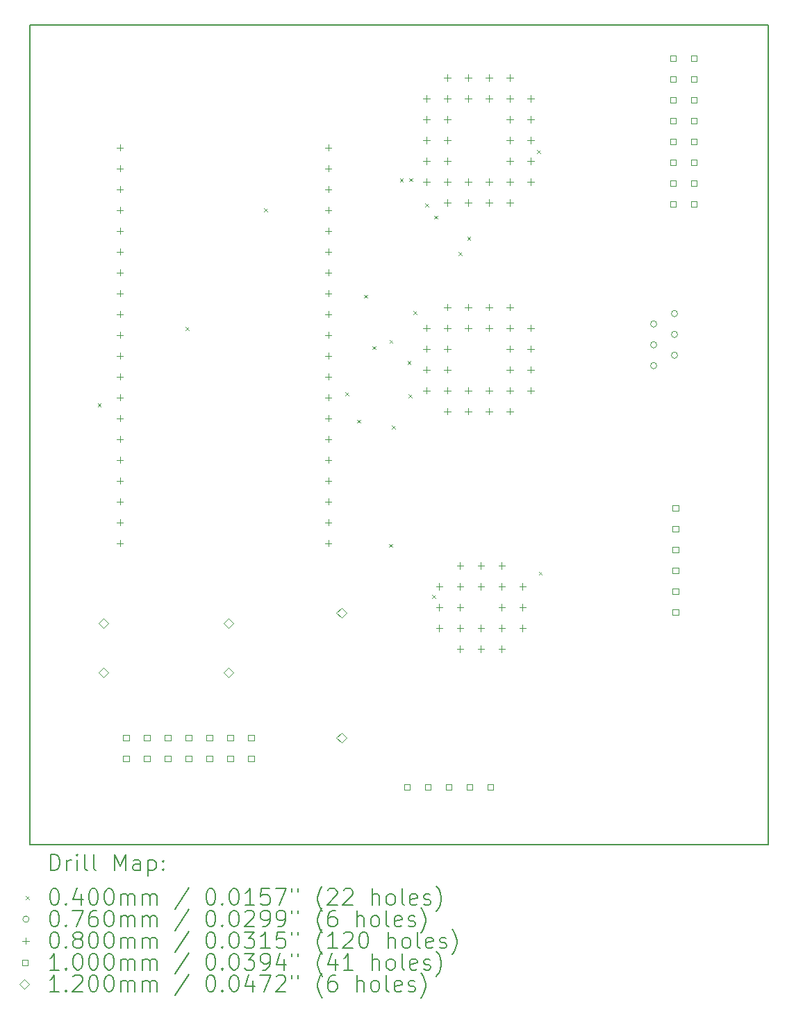
<source format=gbr>
%TF.GenerationSoftware,KiCad,Pcbnew,8.0.6*%
%TF.CreationDate,2025-01-14T22:13:36-05:00*%
%TF.ProjectId,ConnAdapter,436f6e6e-4164-4617-9074-65722e6b6963,rev?*%
%TF.SameCoordinates,Original*%
%TF.FileFunction,Drillmap*%
%TF.FilePolarity,Positive*%
%FSLAX45Y45*%
G04 Gerber Fmt 4.5, Leading zero omitted, Abs format (unit mm)*
G04 Created by KiCad (PCBNEW 8.0.6) date 2025-01-14 22:13:36*
%MOMM*%
%LPD*%
G01*
G04 APERTURE LIST*
%ADD10C,0.150000*%
%ADD11C,0.200000*%
%ADD12C,0.100000*%
%ADD13C,0.120000*%
G04 APERTURE END LIST*
D10*
X10000000Y-5500000D02*
X19000000Y-5500000D01*
X19000000Y-15500000D02*
X10000000Y-15500000D01*
X19000000Y-5500000D02*
X19000000Y-15500000D01*
X10000000Y-15500000D02*
X10000000Y-5500000D01*
D11*
D12*
X10827600Y-10117800D02*
X10867600Y-10157800D01*
X10867600Y-10117800D02*
X10827600Y-10157800D01*
X11898700Y-9189130D02*
X11938700Y-9229130D01*
X11938700Y-9189130D02*
X11898700Y-9229130D01*
X12859000Y-7738430D02*
X12899000Y-7778430D01*
X12899000Y-7738430D02*
X12859000Y-7778430D01*
X13846300Y-9983900D02*
X13886300Y-10023900D01*
X13886300Y-9983900D02*
X13846300Y-10023900D01*
X13990900Y-10318300D02*
X14030900Y-10358300D01*
X14030900Y-10318300D02*
X13990900Y-10358300D01*
X14073200Y-8793910D02*
X14113200Y-8833910D01*
X14113200Y-8793910D02*
X14073200Y-8833910D01*
X14177200Y-9421150D02*
X14217200Y-9461150D01*
X14217200Y-9421150D02*
X14177200Y-9461150D01*
X14381400Y-11833000D02*
X14421400Y-11873000D01*
X14421400Y-11833000D02*
X14381400Y-11873000D01*
X14385600Y-9343110D02*
X14425600Y-9383110D01*
X14425600Y-9343110D02*
X14385600Y-9383110D01*
X14413600Y-10391200D02*
X14453600Y-10431200D01*
X14453600Y-10391200D02*
X14413600Y-10431200D01*
X14510700Y-7377990D02*
X14550700Y-7417990D01*
X14550700Y-7377990D02*
X14510700Y-7417990D01*
X14604000Y-9601250D02*
X14644000Y-9641250D01*
X14644000Y-9601250D02*
X14604000Y-9641250D01*
X14616800Y-10006200D02*
X14656800Y-10046200D01*
X14656800Y-10006200D02*
X14616800Y-10046200D01*
X14624700Y-7371020D02*
X14664700Y-7411020D01*
X14664700Y-7371020D02*
X14624700Y-7411020D01*
X14678600Y-8995640D02*
X14718600Y-9035640D01*
X14718600Y-8995640D02*
X14678600Y-9035640D01*
X14822600Y-7680170D02*
X14862600Y-7720170D01*
X14862600Y-7680170D02*
X14822600Y-7720170D01*
X14907600Y-12457100D02*
X14947600Y-12497100D01*
X14947600Y-12457100D02*
X14907600Y-12497100D01*
X14930200Y-7829130D02*
X14970200Y-7869130D01*
X14970200Y-7829130D02*
X14930200Y-7869130D01*
X15226400Y-8275460D02*
X15266400Y-8315460D01*
X15266400Y-8275460D02*
X15226400Y-8315460D01*
X15333600Y-8088030D02*
X15373600Y-8128030D01*
X15373600Y-8088030D02*
X15333600Y-8128030D01*
X16186400Y-7030620D02*
X16226400Y-7070620D01*
X16226400Y-7030620D02*
X16186400Y-7070620D01*
X16205700Y-12171300D02*
X16245700Y-12211300D01*
X16245700Y-12171300D02*
X16205700Y-12211300D01*
X17643000Y-9150000D02*
G75*
G02*
X17567000Y-9150000I-38000J0D01*
G01*
X17567000Y-9150000D02*
G75*
G02*
X17643000Y-9150000I38000J0D01*
G01*
X17643000Y-9404000D02*
G75*
G02*
X17567000Y-9404000I-38000J0D01*
G01*
X17567000Y-9404000D02*
G75*
G02*
X17643000Y-9404000I38000J0D01*
G01*
X17643000Y-9658000D02*
G75*
G02*
X17567000Y-9658000I-38000J0D01*
G01*
X17567000Y-9658000D02*
G75*
G02*
X17643000Y-9658000I38000J0D01*
G01*
X17897000Y-9023000D02*
G75*
G02*
X17821000Y-9023000I-38000J0D01*
G01*
X17821000Y-9023000D02*
G75*
G02*
X17897000Y-9023000I38000J0D01*
G01*
X17897000Y-9277000D02*
G75*
G02*
X17821000Y-9277000I-38000J0D01*
G01*
X17821000Y-9277000D02*
G75*
G02*
X17897000Y-9277000I38000J0D01*
G01*
X17897000Y-9531000D02*
G75*
G02*
X17821000Y-9531000I-38000J0D01*
G01*
X17821000Y-9531000D02*
G75*
G02*
X17897000Y-9531000I38000J0D01*
G01*
X11100000Y-6960000D02*
X11100000Y-7040000D01*
X11060000Y-7000000D02*
X11140000Y-7000000D01*
X11100000Y-7214000D02*
X11100000Y-7294000D01*
X11060000Y-7254000D02*
X11140000Y-7254000D01*
X11100000Y-7468000D02*
X11100000Y-7548000D01*
X11060000Y-7508000D02*
X11140000Y-7508000D01*
X11100000Y-7722000D02*
X11100000Y-7802000D01*
X11060000Y-7762000D02*
X11140000Y-7762000D01*
X11100000Y-7976000D02*
X11100000Y-8056000D01*
X11060000Y-8016000D02*
X11140000Y-8016000D01*
X11100000Y-8230000D02*
X11100000Y-8310000D01*
X11060000Y-8270000D02*
X11140000Y-8270000D01*
X11100000Y-8484000D02*
X11100000Y-8564000D01*
X11060000Y-8524000D02*
X11140000Y-8524000D01*
X11100000Y-8738000D02*
X11100000Y-8818000D01*
X11060000Y-8778000D02*
X11140000Y-8778000D01*
X11100000Y-8992000D02*
X11100000Y-9072000D01*
X11060000Y-9032000D02*
X11140000Y-9032000D01*
X11100000Y-9246000D02*
X11100000Y-9326000D01*
X11060000Y-9286000D02*
X11140000Y-9286000D01*
X11100000Y-9500000D02*
X11100000Y-9580000D01*
X11060000Y-9540000D02*
X11140000Y-9540000D01*
X11100000Y-9754000D02*
X11100000Y-9834000D01*
X11060000Y-9794000D02*
X11140000Y-9794000D01*
X11100000Y-10008000D02*
X11100000Y-10088000D01*
X11060000Y-10048000D02*
X11140000Y-10048000D01*
X11100000Y-10262000D02*
X11100000Y-10342000D01*
X11060000Y-10302000D02*
X11140000Y-10302000D01*
X11100000Y-10516000D02*
X11100000Y-10596000D01*
X11060000Y-10556000D02*
X11140000Y-10556000D01*
X11100000Y-10770000D02*
X11100000Y-10850000D01*
X11060000Y-10810000D02*
X11140000Y-10810000D01*
X11100000Y-11024000D02*
X11100000Y-11104000D01*
X11060000Y-11064000D02*
X11140000Y-11064000D01*
X11100000Y-11278000D02*
X11100000Y-11358000D01*
X11060000Y-11318000D02*
X11140000Y-11318000D01*
X11100000Y-11532000D02*
X11100000Y-11612000D01*
X11060000Y-11572000D02*
X11140000Y-11572000D01*
X11100000Y-11786000D02*
X11100000Y-11866000D01*
X11060000Y-11826000D02*
X11140000Y-11826000D01*
X13640000Y-6960000D02*
X13640000Y-7040000D01*
X13600000Y-7000000D02*
X13680000Y-7000000D01*
X13640000Y-7214000D02*
X13640000Y-7294000D01*
X13600000Y-7254000D02*
X13680000Y-7254000D01*
X13640000Y-7468000D02*
X13640000Y-7548000D01*
X13600000Y-7508000D02*
X13680000Y-7508000D01*
X13640000Y-7722000D02*
X13640000Y-7802000D01*
X13600000Y-7762000D02*
X13680000Y-7762000D01*
X13640000Y-7976000D02*
X13640000Y-8056000D01*
X13600000Y-8016000D02*
X13680000Y-8016000D01*
X13640000Y-8230000D02*
X13640000Y-8310000D01*
X13600000Y-8270000D02*
X13680000Y-8270000D01*
X13640000Y-8484000D02*
X13640000Y-8564000D01*
X13600000Y-8524000D02*
X13680000Y-8524000D01*
X13640000Y-8738000D02*
X13640000Y-8818000D01*
X13600000Y-8778000D02*
X13680000Y-8778000D01*
X13640000Y-8992000D02*
X13640000Y-9072000D01*
X13600000Y-9032000D02*
X13680000Y-9032000D01*
X13640000Y-9246000D02*
X13640000Y-9326000D01*
X13600000Y-9286000D02*
X13680000Y-9286000D01*
X13640000Y-9500000D02*
X13640000Y-9580000D01*
X13600000Y-9540000D02*
X13680000Y-9540000D01*
X13640000Y-9754000D02*
X13640000Y-9834000D01*
X13600000Y-9794000D02*
X13680000Y-9794000D01*
X13640000Y-10008000D02*
X13640000Y-10088000D01*
X13600000Y-10048000D02*
X13680000Y-10048000D01*
X13640000Y-10262000D02*
X13640000Y-10342000D01*
X13600000Y-10302000D02*
X13680000Y-10302000D01*
X13640000Y-10516000D02*
X13640000Y-10596000D01*
X13600000Y-10556000D02*
X13680000Y-10556000D01*
X13640000Y-10770000D02*
X13640000Y-10850000D01*
X13600000Y-10810000D02*
X13680000Y-10810000D01*
X13640000Y-11024000D02*
X13640000Y-11104000D01*
X13600000Y-11064000D02*
X13680000Y-11064000D01*
X13640000Y-11278000D02*
X13640000Y-11358000D01*
X13600000Y-11318000D02*
X13680000Y-11318000D01*
X13640000Y-11532000D02*
X13640000Y-11612000D01*
X13600000Y-11572000D02*
X13680000Y-11572000D01*
X13640000Y-11786000D02*
X13640000Y-11866000D01*
X13600000Y-11826000D02*
X13680000Y-11826000D01*
X14838000Y-6360000D02*
X14838000Y-6440000D01*
X14798000Y-6400000D02*
X14878000Y-6400000D01*
X14838000Y-6614000D02*
X14838000Y-6694000D01*
X14798000Y-6654000D02*
X14878000Y-6654000D01*
X14838000Y-6868000D02*
X14838000Y-6948000D01*
X14798000Y-6908000D02*
X14878000Y-6908000D01*
X14838000Y-7122000D02*
X14838000Y-7202000D01*
X14798000Y-7162000D02*
X14878000Y-7162000D01*
X14838000Y-7376000D02*
X14838000Y-7456000D01*
X14798000Y-7416000D02*
X14878000Y-7416000D01*
X14838000Y-9160000D02*
X14838000Y-9240000D01*
X14798000Y-9200000D02*
X14878000Y-9200000D01*
X14838000Y-9414000D02*
X14838000Y-9494000D01*
X14798000Y-9454000D02*
X14878000Y-9454000D01*
X14838000Y-9668000D02*
X14838000Y-9748000D01*
X14798000Y-9708000D02*
X14878000Y-9708000D01*
X14838000Y-9922000D02*
X14838000Y-10002000D01*
X14798000Y-9962000D02*
X14878000Y-9962000D01*
X14992000Y-12314000D02*
X14992000Y-12394000D01*
X14952000Y-12354000D02*
X15032000Y-12354000D01*
X14992000Y-12568000D02*
X14992000Y-12648000D01*
X14952000Y-12608000D02*
X15032000Y-12608000D01*
X14992000Y-12822000D02*
X14992000Y-12902000D01*
X14952000Y-12862000D02*
X15032000Y-12862000D01*
X15092000Y-6106000D02*
X15092000Y-6186000D01*
X15052000Y-6146000D02*
X15132000Y-6146000D01*
X15092000Y-6360000D02*
X15092000Y-6440000D01*
X15052000Y-6400000D02*
X15132000Y-6400000D01*
X15092000Y-6614000D02*
X15092000Y-6694000D01*
X15052000Y-6654000D02*
X15132000Y-6654000D01*
X15092000Y-6868000D02*
X15092000Y-6948000D01*
X15052000Y-6908000D02*
X15132000Y-6908000D01*
X15092000Y-7122000D02*
X15092000Y-7202000D01*
X15052000Y-7162000D02*
X15132000Y-7162000D01*
X15092000Y-7376000D02*
X15092000Y-7456000D01*
X15052000Y-7416000D02*
X15132000Y-7416000D01*
X15092000Y-7630000D02*
X15092000Y-7710000D01*
X15052000Y-7670000D02*
X15132000Y-7670000D01*
X15092000Y-8906000D02*
X15092000Y-8986000D01*
X15052000Y-8946000D02*
X15132000Y-8946000D01*
X15092000Y-9160000D02*
X15092000Y-9240000D01*
X15052000Y-9200000D02*
X15132000Y-9200000D01*
X15092000Y-9414000D02*
X15092000Y-9494000D01*
X15052000Y-9454000D02*
X15132000Y-9454000D01*
X15092000Y-9668000D02*
X15092000Y-9748000D01*
X15052000Y-9708000D02*
X15132000Y-9708000D01*
X15092000Y-9922000D02*
X15092000Y-10002000D01*
X15052000Y-9962000D02*
X15132000Y-9962000D01*
X15092000Y-10176000D02*
X15092000Y-10256000D01*
X15052000Y-10216000D02*
X15132000Y-10216000D01*
X15246000Y-12060000D02*
X15246000Y-12140000D01*
X15206000Y-12100000D02*
X15286000Y-12100000D01*
X15246000Y-12314000D02*
X15246000Y-12394000D01*
X15206000Y-12354000D02*
X15286000Y-12354000D01*
X15246000Y-12568000D02*
X15246000Y-12648000D01*
X15206000Y-12608000D02*
X15286000Y-12608000D01*
X15246000Y-12822000D02*
X15246000Y-12902000D01*
X15206000Y-12862000D02*
X15286000Y-12862000D01*
X15246000Y-13076000D02*
X15246000Y-13156000D01*
X15206000Y-13116000D02*
X15286000Y-13116000D01*
X15346000Y-6106000D02*
X15346000Y-6186000D01*
X15306000Y-6146000D02*
X15386000Y-6146000D01*
X15346000Y-6360000D02*
X15346000Y-6440000D01*
X15306000Y-6400000D02*
X15386000Y-6400000D01*
X15346000Y-7376000D02*
X15346000Y-7456000D01*
X15306000Y-7416000D02*
X15386000Y-7416000D01*
X15346000Y-7630000D02*
X15346000Y-7710000D01*
X15306000Y-7670000D02*
X15386000Y-7670000D01*
X15346000Y-8906000D02*
X15346000Y-8986000D01*
X15306000Y-8946000D02*
X15386000Y-8946000D01*
X15346000Y-9160000D02*
X15346000Y-9240000D01*
X15306000Y-9200000D02*
X15386000Y-9200000D01*
X15346000Y-9922000D02*
X15346000Y-10002000D01*
X15306000Y-9962000D02*
X15386000Y-9962000D01*
X15346000Y-10176000D02*
X15346000Y-10256000D01*
X15306000Y-10216000D02*
X15386000Y-10216000D01*
X15500000Y-12060000D02*
X15500000Y-12140000D01*
X15460000Y-12100000D02*
X15540000Y-12100000D01*
X15500000Y-12314000D02*
X15500000Y-12394000D01*
X15460000Y-12354000D02*
X15540000Y-12354000D01*
X15500000Y-12822000D02*
X15500000Y-12902000D01*
X15460000Y-12862000D02*
X15540000Y-12862000D01*
X15500000Y-13076000D02*
X15500000Y-13156000D01*
X15460000Y-13116000D02*
X15540000Y-13116000D01*
X15600000Y-6106000D02*
X15600000Y-6186000D01*
X15560000Y-6146000D02*
X15640000Y-6146000D01*
X15600000Y-6360000D02*
X15600000Y-6440000D01*
X15560000Y-6400000D02*
X15640000Y-6400000D01*
X15600000Y-7376000D02*
X15600000Y-7456000D01*
X15560000Y-7416000D02*
X15640000Y-7416000D01*
X15600000Y-7630000D02*
X15600000Y-7710000D01*
X15560000Y-7670000D02*
X15640000Y-7670000D01*
X15600000Y-8906000D02*
X15600000Y-8986000D01*
X15560000Y-8946000D02*
X15640000Y-8946000D01*
X15600000Y-9160000D02*
X15600000Y-9240000D01*
X15560000Y-9200000D02*
X15640000Y-9200000D01*
X15600000Y-9922000D02*
X15600000Y-10002000D01*
X15560000Y-9962000D02*
X15640000Y-9962000D01*
X15600000Y-10176000D02*
X15600000Y-10256000D01*
X15560000Y-10216000D02*
X15640000Y-10216000D01*
X15754000Y-12060000D02*
X15754000Y-12140000D01*
X15714000Y-12100000D02*
X15794000Y-12100000D01*
X15754000Y-12314000D02*
X15754000Y-12394000D01*
X15714000Y-12354000D02*
X15794000Y-12354000D01*
X15754000Y-12568000D02*
X15754000Y-12648000D01*
X15714000Y-12608000D02*
X15794000Y-12608000D01*
X15754000Y-12822000D02*
X15754000Y-12902000D01*
X15714000Y-12862000D02*
X15794000Y-12862000D01*
X15754000Y-13076000D02*
X15754000Y-13156000D01*
X15714000Y-13116000D02*
X15794000Y-13116000D01*
X15854000Y-6106000D02*
X15854000Y-6186000D01*
X15814000Y-6146000D02*
X15894000Y-6146000D01*
X15854000Y-6360000D02*
X15854000Y-6440000D01*
X15814000Y-6400000D02*
X15894000Y-6400000D01*
X15854000Y-6614000D02*
X15854000Y-6694000D01*
X15814000Y-6654000D02*
X15894000Y-6654000D01*
X15854000Y-6868000D02*
X15854000Y-6948000D01*
X15814000Y-6908000D02*
X15894000Y-6908000D01*
X15854000Y-7122000D02*
X15854000Y-7202000D01*
X15814000Y-7162000D02*
X15894000Y-7162000D01*
X15854000Y-7376000D02*
X15854000Y-7456000D01*
X15814000Y-7416000D02*
X15894000Y-7416000D01*
X15854000Y-7630000D02*
X15854000Y-7710000D01*
X15814000Y-7670000D02*
X15894000Y-7670000D01*
X15854000Y-8906000D02*
X15854000Y-8986000D01*
X15814000Y-8946000D02*
X15894000Y-8946000D01*
X15854000Y-9160000D02*
X15854000Y-9240000D01*
X15814000Y-9200000D02*
X15894000Y-9200000D01*
X15854000Y-9414000D02*
X15854000Y-9494000D01*
X15814000Y-9454000D02*
X15894000Y-9454000D01*
X15854000Y-9668000D02*
X15854000Y-9748000D01*
X15814000Y-9708000D02*
X15894000Y-9708000D01*
X15854000Y-9922000D02*
X15854000Y-10002000D01*
X15814000Y-9962000D02*
X15894000Y-9962000D01*
X15854000Y-10176000D02*
X15854000Y-10256000D01*
X15814000Y-10216000D02*
X15894000Y-10216000D01*
X16008000Y-12314000D02*
X16008000Y-12394000D01*
X15968000Y-12354000D02*
X16048000Y-12354000D01*
X16008000Y-12568000D02*
X16008000Y-12648000D01*
X15968000Y-12608000D02*
X16048000Y-12608000D01*
X16008000Y-12822000D02*
X16008000Y-12902000D01*
X15968000Y-12862000D02*
X16048000Y-12862000D01*
X16108000Y-6360000D02*
X16108000Y-6440000D01*
X16068000Y-6400000D02*
X16148000Y-6400000D01*
X16108000Y-6614000D02*
X16108000Y-6694000D01*
X16068000Y-6654000D02*
X16148000Y-6654000D01*
X16108000Y-6868000D02*
X16108000Y-6948000D01*
X16068000Y-6908000D02*
X16148000Y-6908000D01*
X16108000Y-7122000D02*
X16108000Y-7202000D01*
X16068000Y-7162000D02*
X16148000Y-7162000D01*
X16108000Y-7376000D02*
X16108000Y-7456000D01*
X16068000Y-7416000D02*
X16148000Y-7416000D01*
X16108000Y-9160000D02*
X16108000Y-9240000D01*
X16068000Y-9200000D02*
X16148000Y-9200000D01*
X16108000Y-9414000D02*
X16108000Y-9494000D01*
X16068000Y-9454000D02*
X16148000Y-9454000D01*
X16108000Y-9668000D02*
X16108000Y-9748000D01*
X16068000Y-9708000D02*
X16148000Y-9708000D01*
X16108000Y-9922000D02*
X16108000Y-10002000D01*
X16068000Y-9962000D02*
X16148000Y-9962000D01*
X11211356Y-14235356D02*
X11211356Y-14164644D01*
X11140644Y-14164644D01*
X11140644Y-14235356D01*
X11211356Y-14235356D01*
X11211356Y-14489356D02*
X11211356Y-14418644D01*
X11140644Y-14418644D01*
X11140644Y-14489356D01*
X11211356Y-14489356D01*
X11465356Y-14235356D02*
X11465356Y-14164644D01*
X11394644Y-14164644D01*
X11394644Y-14235356D01*
X11465356Y-14235356D01*
X11465356Y-14489356D02*
X11465356Y-14418644D01*
X11394644Y-14418644D01*
X11394644Y-14489356D01*
X11465356Y-14489356D01*
X11719356Y-14235356D02*
X11719356Y-14164644D01*
X11648644Y-14164644D01*
X11648644Y-14235356D01*
X11719356Y-14235356D01*
X11719356Y-14489356D02*
X11719356Y-14418644D01*
X11648644Y-14418644D01*
X11648644Y-14489356D01*
X11719356Y-14489356D01*
X11973356Y-14235356D02*
X11973356Y-14164644D01*
X11902644Y-14164644D01*
X11902644Y-14235356D01*
X11973356Y-14235356D01*
X11973356Y-14489356D02*
X11973356Y-14418644D01*
X11902644Y-14418644D01*
X11902644Y-14489356D01*
X11973356Y-14489356D01*
X12227356Y-14235356D02*
X12227356Y-14164644D01*
X12156644Y-14164644D01*
X12156644Y-14235356D01*
X12227356Y-14235356D01*
X12227356Y-14489356D02*
X12227356Y-14418644D01*
X12156644Y-14418644D01*
X12156644Y-14489356D01*
X12227356Y-14489356D01*
X12481356Y-14235356D02*
X12481356Y-14164644D01*
X12410644Y-14164644D01*
X12410644Y-14235356D01*
X12481356Y-14235356D01*
X12481356Y-14489356D02*
X12481356Y-14418644D01*
X12410644Y-14418644D01*
X12410644Y-14489356D01*
X12481356Y-14489356D01*
X12735356Y-14235356D02*
X12735356Y-14164644D01*
X12664644Y-14164644D01*
X12664644Y-14235356D01*
X12735356Y-14235356D01*
X12735356Y-14489356D02*
X12735356Y-14418644D01*
X12664644Y-14418644D01*
X12664644Y-14489356D01*
X12735356Y-14489356D01*
X14635356Y-14835356D02*
X14635356Y-14764644D01*
X14564644Y-14764644D01*
X14564644Y-14835356D01*
X14635356Y-14835356D01*
X14889356Y-14835356D02*
X14889356Y-14764644D01*
X14818644Y-14764644D01*
X14818644Y-14835356D01*
X14889356Y-14835356D01*
X15143356Y-14835356D02*
X15143356Y-14764644D01*
X15072644Y-14764644D01*
X15072644Y-14835356D01*
X15143356Y-14835356D01*
X15397356Y-14835356D02*
X15397356Y-14764644D01*
X15326644Y-14764644D01*
X15326644Y-14835356D01*
X15397356Y-14835356D01*
X15651356Y-14835356D02*
X15651356Y-14764644D01*
X15580644Y-14764644D01*
X15580644Y-14835356D01*
X15651356Y-14835356D01*
X17877356Y-5944356D02*
X17877356Y-5873644D01*
X17806644Y-5873644D01*
X17806644Y-5944356D01*
X17877356Y-5944356D01*
X17877356Y-6198356D02*
X17877356Y-6127644D01*
X17806644Y-6127644D01*
X17806644Y-6198356D01*
X17877356Y-6198356D01*
X17877356Y-6452356D02*
X17877356Y-6381644D01*
X17806644Y-6381644D01*
X17806644Y-6452356D01*
X17877356Y-6452356D01*
X17877356Y-6706356D02*
X17877356Y-6635644D01*
X17806644Y-6635644D01*
X17806644Y-6706356D01*
X17877356Y-6706356D01*
X17877356Y-6960356D02*
X17877356Y-6889644D01*
X17806644Y-6889644D01*
X17806644Y-6960356D01*
X17877356Y-6960356D01*
X17877356Y-7214356D02*
X17877356Y-7143644D01*
X17806644Y-7143644D01*
X17806644Y-7214356D01*
X17877356Y-7214356D01*
X17877356Y-7468356D02*
X17877356Y-7397644D01*
X17806644Y-7397644D01*
X17806644Y-7468356D01*
X17877356Y-7468356D01*
X17877356Y-7722356D02*
X17877356Y-7651644D01*
X17806644Y-7651644D01*
X17806644Y-7722356D01*
X17877356Y-7722356D01*
X17906356Y-11431356D02*
X17906356Y-11360644D01*
X17835644Y-11360644D01*
X17835644Y-11431356D01*
X17906356Y-11431356D01*
X17906356Y-11685356D02*
X17906356Y-11614644D01*
X17835644Y-11614644D01*
X17835644Y-11685356D01*
X17906356Y-11685356D01*
X17906356Y-11939356D02*
X17906356Y-11868644D01*
X17835644Y-11868644D01*
X17835644Y-11939356D01*
X17906356Y-11939356D01*
X17906356Y-12193356D02*
X17906356Y-12122644D01*
X17835644Y-12122644D01*
X17835644Y-12193356D01*
X17906356Y-12193356D01*
X17906356Y-12447356D02*
X17906356Y-12376644D01*
X17835644Y-12376644D01*
X17835644Y-12447356D01*
X17906356Y-12447356D01*
X17906356Y-12701356D02*
X17906356Y-12630644D01*
X17835644Y-12630644D01*
X17835644Y-12701356D01*
X17906356Y-12701356D01*
X18131356Y-5944356D02*
X18131356Y-5873644D01*
X18060644Y-5873644D01*
X18060644Y-5944356D01*
X18131356Y-5944356D01*
X18131356Y-6198356D02*
X18131356Y-6127644D01*
X18060644Y-6127644D01*
X18060644Y-6198356D01*
X18131356Y-6198356D01*
X18131356Y-6452356D02*
X18131356Y-6381644D01*
X18060644Y-6381644D01*
X18060644Y-6452356D01*
X18131356Y-6452356D01*
X18131356Y-6706356D02*
X18131356Y-6635644D01*
X18060644Y-6635644D01*
X18060644Y-6706356D01*
X18131356Y-6706356D01*
X18131356Y-6960356D02*
X18131356Y-6889644D01*
X18060644Y-6889644D01*
X18060644Y-6960356D01*
X18131356Y-6960356D01*
X18131356Y-7214356D02*
X18131356Y-7143644D01*
X18060644Y-7143644D01*
X18060644Y-7214356D01*
X18131356Y-7214356D01*
X18131356Y-7468356D02*
X18131356Y-7397644D01*
X18060644Y-7397644D01*
X18060644Y-7468356D01*
X18131356Y-7468356D01*
X18131356Y-7722356D02*
X18131356Y-7651644D01*
X18060644Y-7651644D01*
X18060644Y-7722356D01*
X18131356Y-7722356D01*
D13*
X10900000Y-12860000D02*
X10960000Y-12800000D01*
X10900000Y-12740000D01*
X10840000Y-12800000D01*
X10900000Y-12860000D01*
X10900000Y-13460000D02*
X10960000Y-13400000D01*
X10900000Y-13340000D01*
X10840000Y-13400000D01*
X10900000Y-13460000D01*
X12424000Y-12860000D02*
X12484000Y-12800000D01*
X12424000Y-12740000D01*
X12364000Y-12800000D01*
X12424000Y-12860000D01*
X12424000Y-13460000D02*
X12484000Y-13400000D01*
X12424000Y-13340000D01*
X12364000Y-13400000D01*
X12424000Y-13460000D01*
X13800000Y-12736000D02*
X13860000Y-12676000D01*
X13800000Y-12616000D01*
X13740000Y-12676000D01*
X13800000Y-12736000D01*
X13800000Y-14260000D02*
X13860000Y-14200000D01*
X13800000Y-14140000D01*
X13740000Y-14200000D01*
X13800000Y-14260000D01*
D11*
X10253277Y-15818984D02*
X10253277Y-15618984D01*
X10253277Y-15618984D02*
X10300896Y-15618984D01*
X10300896Y-15618984D02*
X10329467Y-15628508D01*
X10329467Y-15628508D02*
X10348515Y-15647555D01*
X10348515Y-15647555D02*
X10358039Y-15666603D01*
X10358039Y-15666603D02*
X10367563Y-15704698D01*
X10367563Y-15704698D02*
X10367563Y-15733269D01*
X10367563Y-15733269D02*
X10358039Y-15771365D01*
X10358039Y-15771365D02*
X10348515Y-15790412D01*
X10348515Y-15790412D02*
X10329467Y-15809460D01*
X10329467Y-15809460D02*
X10300896Y-15818984D01*
X10300896Y-15818984D02*
X10253277Y-15818984D01*
X10453277Y-15818984D02*
X10453277Y-15685650D01*
X10453277Y-15723746D02*
X10462801Y-15704698D01*
X10462801Y-15704698D02*
X10472324Y-15695174D01*
X10472324Y-15695174D02*
X10491372Y-15685650D01*
X10491372Y-15685650D02*
X10510420Y-15685650D01*
X10577086Y-15818984D02*
X10577086Y-15685650D01*
X10577086Y-15618984D02*
X10567563Y-15628508D01*
X10567563Y-15628508D02*
X10577086Y-15638031D01*
X10577086Y-15638031D02*
X10586610Y-15628508D01*
X10586610Y-15628508D02*
X10577086Y-15618984D01*
X10577086Y-15618984D02*
X10577086Y-15638031D01*
X10700896Y-15818984D02*
X10681848Y-15809460D01*
X10681848Y-15809460D02*
X10672324Y-15790412D01*
X10672324Y-15790412D02*
X10672324Y-15618984D01*
X10805658Y-15818984D02*
X10786610Y-15809460D01*
X10786610Y-15809460D02*
X10777086Y-15790412D01*
X10777086Y-15790412D02*
X10777086Y-15618984D01*
X11034229Y-15818984D02*
X11034229Y-15618984D01*
X11034229Y-15618984D02*
X11100896Y-15761841D01*
X11100896Y-15761841D02*
X11167563Y-15618984D01*
X11167563Y-15618984D02*
X11167563Y-15818984D01*
X11348515Y-15818984D02*
X11348515Y-15714222D01*
X11348515Y-15714222D02*
X11338991Y-15695174D01*
X11338991Y-15695174D02*
X11319943Y-15685650D01*
X11319943Y-15685650D02*
X11281848Y-15685650D01*
X11281848Y-15685650D02*
X11262801Y-15695174D01*
X11348515Y-15809460D02*
X11329467Y-15818984D01*
X11329467Y-15818984D02*
X11281848Y-15818984D01*
X11281848Y-15818984D02*
X11262801Y-15809460D01*
X11262801Y-15809460D02*
X11253277Y-15790412D01*
X11253277Y-15790412D02*
X11253277Y-15771365D01*
X11253277Y-15771365D02*
X11262801Y-15752317D01*
X11262801Y-15752317D02*
X11281848Y-15742793D01*
X11281848Y-15742793D02*
X11329467Y-15742793D01*
X11329467Y-15742793D02*
X11348515Y-15733269D01*
X11443753Y-15685650D02*
X11443753Y-15885650D01*
X11443753Y-15695174D02*
X11462801Y-15685650D01*
X11462801Y-15685650D02*
X11500896Y-15685650D01*
X11500896Y-15685650D02*
X11519943Y-15695174D01*
X11519943Y-15695174D02*
X11529467Y-15704698D01*
X11529467Y-15704698D02*
X11538991Y-15723746D01*
X11538991Y-15723746D02*
X11538991Y-15780888D01*
X11538991Y-15780888D02*
X11529467Y-15799936D01*
X11529467Y-15799936D02*
X11519943Y-15809460D01*
X11519943Y-15809460D02*
X11500896Y-15818984D01*
X11500896Y-15818984D02*
X11462801Y-15818984D01*
X11462801Y-15818984D02*
X11443753Y-15809460D01*
X11624705Y-15799936D02*
X11634229Y-15809460D01*
X11634229Y-15809460D02*
X11624705Y-15818984D01*
X11624705Y-15818984D02*
X11615182Y-15809460D01*
X11615182Y-15809460D02*
X11624705Y-15799936D01*
X11624705Y-15799936D02*
X11624705Y-15818984D01*
X11624705Y-15695174D02*
X11634229Y-15704698D01*
X11634229Y-15704698D02*
X11624705Y-15714222D01*
X11624705Y-15714222D02*
X11615182Y-15704698D01*
X11615182Y-15704698D02*
X11624705Y-15695174D01*
X11624705Y-15695174D02*
X11624705Y-15714222D01*
D12*
X9952500Y-16127500D02*
X9992500Y-16167500D01*
X9992500Y-16127500D02*
X9952500Y-16167500D01*
D11*
X10291372Y-16038984D02*
X10310420Y-16038984D01*
X10310420Y-16038984D02*
X10329467Y-16048508D01*
X10329467Y-16048508D02*
X10338991Y-16058031D01*
X10338991Y-16058031D02*
X10348515Y-16077079D01*
X10348515Y-16077079D02*
X10358039Y-16115174D01*
X10358039Y-16115174D02*
X10358039Y-16162793D01*
X10358039Y-16162793D02*
X10348515Y-16200888D01*
X10348515Y-16200888D02*
X10338991Y-16219936D01*
X10338991Y-16219936D02*
X10329467Y-16229460D01*
X10329467Y-16229460D02*
X10310420Y-16238984D01*
X10310420Y-16238984D02*
X10291372Y-16238984D01*
X10291372Y-16238984D02*
X10272324Y-16229460D01*
X10272324Y-16229460D02*
X10262801Y-16219936D01*
X10262801Y-16219936D02*
X10253277Y-16200888D01*
X10253277Y-16200888D02*
X10243753Y-16162793D01*
X10243753Y-16162793D02*
X10243753Y-16115174D01*
X10243753Y-16115174D02*
X10253277Y-16077079D01*
X10253277Y-16077079D02*
X10262801Y-16058031D01*
X10262801Y-16058031D02*
X10272324Y-16048508D01*
X10272324Y-16048508D02*
X10291372Y-16038984D01*
X10443753Y-16219936D02*
X10453277Y-16229460D01*
X10453277Y-16229460D02*
X10443753Y-16238984D01*
X10443753Y-16238984D02*
X10434229Y-16229460D01*
X10434229Y-16229460D02*
X10443753Y-16219936D01*
X10443753Y-16219936D02*
X10443753Y-16238984D01*
X10624705Y-16105650D02*
X10624705Y-16238984D01*
X10577086Y-16029460D02*
X10529467Y-16172317D01*
X10529467Y-16172317D02*
X10653277Y-16172317D01*
X10767563Y-16038984D02*
X10786610Y-16038984D01*
X10786610Y-16038984D02*
X10805658Y-16048508D01*
X10805658Y-16048508D02*
X10815182Y-16058031D01*
X10815182Y-16058031D02*
X10824705Y-16077079D01*
X10824705Y-16077079D02*
X10834229Y-16115174D01*
X10834229Y-16115174D02*
X10834229Y-16162793D01*
X10834229Y-16162793D02*
X10824705Y-16200888D01*
X10824705Y-16200888D02*
X10815182Y-16219936D01*
X10815182Y-16219936D02*
X10805658Y-16229460D01*
X10805658Y-16229460D02*
X10786610Y-16238984D01*
X10786610Y-16238984D02*
X10767563Y-16238984D01*
X10767563Y-16238984D02*
X10748515Y-16229460D01*
X10748515Y-16229460D02*
X10738991Y-16219936D01*
X10738991Y-16219936D02*
X10729467Y-16200888D01*
X10729467Y-16200888D02*
X10719944Y-16162793D01*
X10719944Y-16162793D02*
X10719944Y-16115174D01*
X10719944Y-16115174D02*
X10729467Y-16077079D01*
X10729467Y-16077079D02*
X10738991Y-16058031D01*
X10738991Y-16058031D02*
X10748515Y-16048508D01*
X10748515Y-16048508D02*
X10767563Y-16038984D01*
X10958039Y-16038984D02*
X10977086Y-16038984D01*
X10977086Y-16038984D02*
X10996134Y-16048508D01*
X10996134Y-16048508D02*
X11005658Y-16058031D01*
X11005658Y-16058031D02*
X11015182Y-16077079D01*
X11015182Y-16077079D02*
X11024705Y-16115174D01*
X11024705Y-16115174D02*
X11024705Y-16162793D01*
X11024705Y-16162793D02*
X11015182Y-16200888D01*
X11015182Y-16200888D02*
X11005658Y-16219936D01*
X11005658Y-16219936D02*
X10996134Y-16229460D01*
X10996134Y-16229460D02*
X10977086Y-16238984D01*
X10977086Y-16238984D02*
X10958039Y-16238984D01*
X10958039Y-16238984D02*
X10938991Y-16229460D01*
X10938991Y-16229460D02*
X10929467Y-16219936D01*
X10929467Y-16219936D02*
X10919944Y-16200888D01*
X10919944Y-16200888D02*
X10910420Y-16162793D01*
X10910420Y-16162793D02*
X10910420Y-16115174D01*
X10910420Y-16115174D02*
X10919944Y-16077079D01*
X10919944Y-16077079D02*
X10929467Y-16058031D01*
X10929467Y-16058031D02*
X10938991Y-16048508D01*
X10938991Y-16048508D02*
X10958039Y-16038984D01*
X11110420Y-16238984D02*
X11110420Y-16105650D01*
X11110420Y-16124698D02*
X11119944Y-16115174D01*
X11119944Y-16115174D02*
X11138991Y-16105650D01*
X11138991Y-16105650D02*
X11167563Y-16105650D01*
X11167563Y-16105650D02*
X11186610Y-16115174D01*
X11186610Y-16115174D02*
X11196134Y-16134222D01*
X11196134Y-16134222D02*
X11196134Y-16238984D01*
X11196134Y-16134222D02*
X11205658Y-16115174D01*
X11205658Y-16115174D02*
X11224705Y-16105650D01*
X11224705Y-16105650D02*
X11253277Y-16105650D01*
X11253277Y-16105650D02*
X11272324Y-16115174D01*
X11272324Y-16115174D02*
X11281848Y-16134222D01*
X11281848Y-16134222D02*
X11281848Y-16238984D01*
X11377086Y-16238984D02*
X11377086Y-16105650D01*
X11377086Y-16124698D02*
X11386610Y-16115174D01*
X11386610Y-16115174D02*
X11405658Y-16105650D01*
X11405658Y-16105650D02*
X11434229Y-16105650D01*
X11434229Y-16105650D02*
X11453277Y-16115174D01*
X11453277Y-16115174D02*
X11462801Y-16134222D01*
X11462801Y-16134222D02*
X11462801Y-16238984D01*
X11462801Y-16134222D02*
X11472324Y-16115174D01*
X11472324Y-16115174D02*
X11491372Y-16105650D01*
X11491372Y-16105650D02*
X11519943Y-16105650D01*
X11519943Y-16105650D02*
X11538991Y-16115174D01*
X11538991Y-16115174D02*
X11548515Y-16134222D01*
X11548515Y-16134222D02*
X11548515Y-16238984D01*
X11938991Y-16029460D02*
X11767563Y-16286603D01*
X12196134Y-16038984D02*
X12215182Y-16038984D01*
X12215182Y-16038984D02*
X12234229Y-16048508D01*
X12234229Y-16048508D02*
X12243753Y-16058031D01*
X12243753Y-16058031D02*
X12253277Y-16077079D01*
X12253277Y-16077079D02*
X12262801Y-16115174D01*
X12262801Y-16115174D02*
X12262801Y-16162793D01*
X12262801Y-16162793D02*
X12253277Y-16200888D01*
X12253277Y-16200888D02*
X12243753Y-16219936D01*
X12243753Y-16219936D02*
X12234229Y-16229460D01*
X12234229Y-16229460D02*
X12215182Y-16238984D01*
X12215182Y-16238984D02*
X12196134Y-16238984D01*
X12196134Y-16238984D02*
X12177086Y-16229460D01*
X12177086Y-16229460D02*
X12167563Y-16219936D01*
X12167563Y-16219936D02*
X12158039Y-16200888D01*
X12158039Y-16200888D02*
X12148515Y-16162793D01*
X12148515Y-16162793D02*
X12148515Y-16115174D01*
X12148515Y-16115174D02*
X12158039Y-16077079D01*
X12158039Y-16077079D02*
X12167563Y-16058031D01*
X12167563Y-16058031D02*
X12177086Y-16048508D01*
X12177086Y-16048508D02*
X12196134Y-16038984D01*
X12348515Y-16219936D02*
X12358039Y-16229460D01*
X12358039Y-16229460D02*
X12348515Y-16238984D01*
X12348515Y-16238984D02*
X12338991Y-16229460D01*
X12338991Y-16229460D02*
X12348515Y-16219936D01*
X12348515Y-16219936D02*
X12348515Y-16238984D01*
X12481848Y-16038984D02*
X12500896Y-16038984D01*
X12500896Y-16038984D02*
X12519944Y-16048508D01*
X12519944Y-16048508D02*
X12529467Y-16058031D01*
X12529467Y-16058031D02*
X12538991Y-16077079D01*
X12538991Y-16077079D02*
X12548515Y-16115174D01*
X12548515Y-16115174D02*
X12548515Y-16162793D01*
X12548515Y-16162793D02*
X12538991Y-16200888D01*
X12538991Y-16200888D02*
X12529467Y-16219936D01*
X12529467Y-16219936D02*
X12519944Y-16229460D01*
X12519944Y-16229460D02*
X12500896Y-16238984D01*
X12500896Y-16238984D02*
X12481848Y-16238984D01*
X12481848Y-16238984D02*
X12462801Y-16229460D01*
X12462801Y-16229460D02*
X12453277Y-16219936D01*
X12453277Y-16219936D02*
X12443753Y-16200888D01*
X12443753Y-16200888D02*
X12434229Y-16162793D01*
X12434229Y-16162793D02*
X12434229Y-16115174D01*
X12434229Y-16115174D02*
X12443753Y-16077079D01*
X12443753Y-16077079D02*
X12453277Y-16058031D01*
X12453277Y-16058031D02*
X12462801Y-16048508D01*
X12462801Y-16048508D02*
X12481848Y-16038984D01*
X12738991Y-16238984D02*
X12624706Y-16238984D01*
X12681848Y-16238984D02*
X12681848Y-16038984D01*
X12681848Y-16038984D02*
X12662801Y-16067555D01*
X12662801Y-16067555D02*
X12643753Y-16086603D01*
X12643753Y-16086603D02*
X12624706Y-16096127D01*
X12919944Y-16038984D02*
X12824706Y-16038984D01*
X12824706Y-16038984D02*
X12815182Y-16134222D01*
X12815182Y-16134222D02*
X12824706Y-16124698D01*
X12824706Y-16124698D02*
X12843753Y-16115174D01*
X12843753Y-16115174D02*
X12891372Y-16115174D01*
X12891372Y-16115174D02*
X12910420Y-16124698D01*
X12910420Y-16124698D02*
X12919944Y-16134222D01*
X12919944Y-16134222D02*
X12929467Y-16153269D01*
X12929467Y-16153269D02*
X12929467Y-16200888D01*
X12929467Y-16200888D02*
X12919944Y-16219936D01*
X12919944Y-16219936D02*
X12910420Y-16229460D01*
X12910420Y-16229460D02*
X12891372Y-16238984D01*
X12891372Y-16238984D02*
X12843753Y-16238984D01*
X12843753Y-16238984D02*
X12824706Y-16229460D01*
X12824706Y-16229460D02*
X12815182Y-16219936D01*
X12996134Y-16038984D02*
X13129467Y-16038984D01*
X13129467Y-16038984D02*
X13043753Y-16238984D01*
X13196134Y-16038984D02*
X13196134Y-16077079D01*
X13272325Y-16038984D02*
X13272325Y-16077079D01*
X13567563Y-16315174D02*
X13558039Y-16305650D01*
X13558039Y-16305650D02*
X13538991Y-16277079D01*
X13538991Y-16277079D02*
X13529468Y-16258031D01*
X13529468Y-16258031D02*
X13519944Y-16229460D01*
X13519944Y-16229460D02*
X13510420Y-16181841D01*
X13510420Y-16181841D02*
X13510420Y-16143746D01*
X13510420Y-16143746D02*
X13519944Y-16096127D01*
X13519944Y-16096127D02*
X13529468Y-16067555D01*
X13529468Y-16067555D02*
X13538991Y-16048508D01*
X13538991Y-16048508D02*
X13558039Y-16019936D01*
X13558039Y-16019936D02*
X13567563Y-16010412D01*
X13634229Y-16058031D02*
X13643753Y-16048508D01*
X13643753Y-16048508D02*
X13662801Y-16038984D01*
X13662801Y-16038984D02*
X13710420Y-16038984D01*
X13710420Y-16038984D02*
X13729468Y-16048508D01*
X13729468Y-16048508D02*
X13738991Y-16058031D01*
X13738991Y-16058031D02*
X13748515Y-16077079D01*
X13748515Y-16077079D02*
X13748515Y-16096127D01*
X13748515Y-16096127D02*
X13738991Y-16124698D01*
X13738991Y-16124698D02*
X13624706Y-16238984D01*
X13624706Y-16238984D02*
X13748515Y-16238984D01*
X13824706Y-16058031D02*
X13834229Y-16048508D01*
X13834229Y-16048508D02*
X13853277Y-16038984D01*
X13853277Y-16038984D02*
X13900896Y-16038984D01*
X13900896Y-16038984D02*
X13919944Y-16048508D01*
X13919944Y-16048508D02*
X13929468Y-16058031D01*
X13929468Y-16058031D02*
X13938991Y-16077079D01*
X13938991Y-16077079D02*
X13938991Y-16096127D01*
X13938991Y-16096127D02*
X13929468Y-16124698D01*
X13929468Y-16124698D02*
X13815182Y-16238984D01*
X13815182Y-16238984D02*
X13938991Y-16238984D01*
X14177087Y-16238984D02*
X14177087Y-16038984D01*
X14262801Y-16238984D02*
X14262801Y-16134222D01*
X14262801Y-16134222D02*
X14253277Y-16115174D01*
X14253277Y-16115174D02*
X14234230Y-16105650D01*
X14234230Y-16105650D02*
X14205658Y-16105650D01*
X14205658Y-16105650D02*
X14186610Y-16115174D01*
X14186610Y-16115174D02*
X14177087Y-16124698D01*
X14386610Y-16238984D02*
X14367563Y-16229460D01*
X14367563Y-16229460D02*
X14358039Y-16219936D01*
X14358039Y-16219936D02*
X14348515Y-16200888D01*
X14348515Y-16200888D02*
X14348515Y-16143746D01*
X14348515Y-16143746D02*
X14358039Y-16124698D01*
X14358039Y-16124698D02*
X14367563Y-16115174D01*
X14367563Y-16115174D02*
X14386610Y-16105650D01*
X14386610Y-16105650D02*
X14415182Y-16105650D01*
X14415182Y-16105650D02*
X14434230Y-16115174D01*
X14434230Y-16115174D02*
X14443753Y-16124698D01*
X14443753Y-16124698D02*
X14453277Y-16143746D01*
X14453277Y-16143746D02*
X14453277Y-16200888D01*
X14453277Y-16200888D02*
X14443753Y-16219936D01*
X14443753Y-16219936D02*
X14434230Y-16229460D01*
X14434230Y-16229460D02*
X14415182Y-16238984D01*
X14415182Y-16238984D02*
X14386610Y-16238984D01*
X14567563Y-16238984D02*
X14548515Y-16229460D01*
X14548515Y-16229460D02*
X14538991Y-16210412D01*
X14538991Y-16210412D02*
X14538991Y-16038984D01*
X14719944Y-16229460D02*
X14700896Y-16238984D01*
X14700896Y-16238984D02*
X14662801Y-16238984D01*
X14662801Y-16238984D02*
X14643753Y-16229460D01*
X14643753Y-16229460D02*
X14634230Y-16210412D01*
X14634230Y-16210412D02*
X14634230Y-16134222D01*
X14634230Y-16134222D02*
X14643753Y-16115174D01*
X14643753Y-16115174D02*
X14662801Y-16105650D01*
X14662801Y-16105650D02*
X14700896Y-16105650D01*
X14700896Y-16105650D02*
X14719944Y-16115174D01*
X14719944Y-16115174D02*
X14729468Y-16134222D01*
X14729468Y-16134222D02*
X14729468Y-16153269D01*
X14729468Y-16153269D02*
X14634230Y-16172317D01*
X14805658Y-16229460D02*
X14824706Y-16238984D01*
X14824706Y-16238984D02*
X14862801Y-16238984D01*
X14862801Y-16238984D02*
X14881849Y-16229460D01*
X14881849Y-16229460D02*
X14891372Y-16210412D01*
X14891372Y-16210412D02*
X14891372Y-16200888D01*
X14891372Y-16200888D02*
X14881849Y-16181841D01*
X14881849Y-16181841D02*
X14862801Y-16172317D01*
X14862801Y-16172317D02*
X14834230Y-16172317D01*
X14834230Y-16172317D02*
X14815182Y-16162793D01*
X14815182Y-16162793D02*
X14805658Y-16143746D01*
X14805658Y-16143746D02*
X14805658Y-16134222D01*
X14805658Y-16134222D02*
X14815182Y-16115174D01*
X14815182Y-16115174D02*
X14834230Y-16105650D01*
X14834230Y-16105650D02*
X14862801Y-16105650D01*
X14862801Y-16105650D02*
X14881849Y-16115174D01*
X14958039Y-16315174D02*
X14967563Y-16305650D01*
X14967563Y-16305650D02*
X14986611Y-16277079D01*
X14986611Y-16277079D02*
X14996134Y-16258031D01*
X14996134Y-16258031D02*
X15005658Y-16229460D01*
X15005658Y-16229460D02*
X15015182Y-16181841D01*
X15015182Y-16181841D02*
X15015182Y-16143746D01*
X15015182Y-16143746D02*
X15005658Y-16096127D01*
X15005658Y-16096127D02*
X14996134Y-16067555D01*
X14996134Y-16067555D02*
X14986611Y-16048508D01*
X14986611Y-16048508D02*
X14967563Y-16019936D01*
X14967563Y-16019936D02*
X14958039Y-16010412D01*
D12*
X9992500Y-16411500D02*
G75*
G02*
X9916500Y-16411500I-38000J0D01*
G01*
X9916500Y-16411500D02*
G75*
G02*
X9992500Y-16411500I38000J0D01*
G01*
D11*
X10291372Y-16302984D02*
X10310420Y-16302984D01*
X10310420Y-16302984D02*
X10329467Y-16312508D01*
X10329467Y-16312508D02*
X10338991Y-16322031D01*
X10338991Y-16322031D02*
X10348515Y-16341079D01*
X10348515Y-16341079D02*
X10358039Y-16379174D01*
X10358039Y-16379174D02*
X10358039Y-16426793D01*
X10358039Y-16426793D02*
X10348515Y-16464888D01*
X10348515Y-16464888D02*
X10338991Y-16483936D01*
X10338991Y-16483936D02*
X10329467Y-16493460D01*
X10329467Y-16493460D02*
X10310420Y-16502984D01*
X10310420Y-16502984D02*
X10291372Y-16502984D01*
X10291372Y-16502984D02*
X10272324Y-16493460D01*
X10272324Y-16493460D02*
X10262801Y-16483936D01*
X10262801Y-16483936D02*
X10253277Y-16464888D01*
X10253277Y-16464888D02*
X10243753Y-16426793D01*
X10243753Y-16426793D02*
X10243753Y-16379174D01*
X10243753Y-16379174D02*
X10253277Y-16341079D01*
X10253277Y-16341079D02*
X10262801Y-16322031D01*
X10262801Y-16322031D02*
X10272324Y-16312508D01*
X10272324Y-16312508D02*
X10291372Y-16302984D01*
X10443753Y-16483936D02*
X10453277Y-16493460D01*
X10453277Y-16493460D02*
X10443753Y-16502984D01*
X10443753Y-16502984D02*
X10434229Y-16493460D01*
X10434229Y-16493460D02*
X10443753Y-16483936D01*
X10443753Y-16483936D02*
X10443753Y-16502984D01*
X10519944Y-16302984D02*
X10653277Y-16302984D01*
X10653277Y-16302984D02*
X10567563Y-16502984D01*
X10815182Y-16302984D02*
X10777086Y-16302984D01*
X10777086Y-16302984D02*
X10758039Y-16312508D01*
X10758039Y-16312508D02*
X10748515Y-16322031D01*
X10748515Y-16322031D02*
X10729467Y-16350603D01*
X10729467Y-16350603D02*
X10719944Y-16388698D01*
X10719944Y-16388698D02*
X10719944Y-16464888D01*
X10719944Y-16464888D02*
X10729467Y-16483936D01*
X10729467Y-16483936D02*
X10738991Y-16493460D01*
X10738991Y-16493460D02*
X10758039Y-16502984D01*
X10758039Y-16502984D02*
X10796134Y-16502984D01*
X10796134Y-16502984D02*
X10815182Y-16493460D01*
X10815182Y-16493460D02*
X10824705Y-16483936D01*
X10824705Y-16483936D02*
X10834229Y-16464888D01*
X10834229Y-16464888D02*
X10834229Y-16417269D01*
X10834229Y-16417269D02*
X10824705Y-16398222D01*
X10824705Y-16398222D02*
X10815182Y-16388698D01*
X10815182Y-16388698D02*
X10796134Y-16379174D01*
X10796134Y-16379174D02*
X10758039Y-16379174D01*
X10758039Y-16379174D02*
X10738991Y-16388698D01*
X10738991Y-16388698D02*
X10729467Y-16398222D01*
X10729467Y-16398222D02*
X10719944Y-16417269D01*
X10958039Y-16302984D02*
X10977086Y-16302984D01*
X10977086Y-16302984D02*
X10996134Y-16312508D01*
X10996134Y-16312508D02*
X11005658Y-16322031D01*
X11005658Y-16322031D02*
X11015182Y-16341079D01*
X11015182Y-16341079D02*
X11024705Y-16379174D01*
X11024705Y-16379174D02*
X11024705Y-16426793D01*
X11024705Y-16426793D02*
X11015182Y-16464888D01*
X11015182Y-16464888D02*
X11005658Y-16483936D01*
X11005658Y-16483936D02*
X10996134Y-16493460D01*
X10996134Y-16493460D02*
X10977086Y-16502984D01*
X10977086Y-16502984D02*
X10958039Y-16502984D01*
X10958039Y-16502984D02*
X10938991Y-16493460D01*
X10938991Y-16493460D02*
X10929467Y-16483936D01*
X10929467Y-16483936D02*
X10919944Y-16464888D01*
X10919944Y-16464888D02*
X10910420Y-16426793D01*
X10910420Y-16426793D02*
X10910420Y-16379174D01*
X10910420Y-16379174D02*
X10919944Y-16341079D01*
X10919944Y-16341079D02*
X10929467Y-16322031D01*
X10929467Y-16322031D02*
X10938991Y-16312508D01*
X10938991Y-16312508D02*
X10958039Y-16302984D01*
X11110420Y-16502984D02*
X11110420Y-16369650D01*
X11110420Y-16388698D02*
X11119944Y-16379174D01*
X11119944Y-16379174D02*
X11138991Y-16369650D01*
X11138991Y-16369650D02*
X11167563Y-16369650D01*
X11167563Y-16369650D02*
X11186610Y-16379174D01*
X11186610Y-16379174D02*
X11196134Y-16398222D01*
X11196134Y-16398222D02*
X11196134Y-16502984D01*
X11196134Y-16398222D02*
X11205658Y-16379174D01*
X11205658Y-16379174D02*
X11224705Y-16369650D01*
X11224705Y-16369650D02*
X11253277Y-16369650D01*
X11253277Y-16369650D02*
X11272324Y-16379174D01*
X11272324Y-16379174D02*
X11281848Y-16398222D01*
X11281848Y-16398222D02*
X11281848Y-16502984D01*
X11377086Y-16502984D02*
X11377086Y-16369650D01*
X11377086Y-16388698D02*
X11386610Y-16379174D01*
X11386610Y-16379174D02*
X11405658Y-16369650D01*
X11405658Y-16369650D02*
X11434229Y-16369650D01*
X11434229Y-16369650D02*
X11453277Y-16379174D01*
X11453277Y-16379174D02*
X11462801Y-16398222D01*
X11462801Y-16398222D02*
X11462801Y-16502984D01*
X11462801Y-16398222D02*
X11472324Y-16379174D01*
X11472324Y-16379174D02*
X11491372Y-16369650D01*
X11491372Y-16369650D02*
X11519943Y-16369650D01*
X11519943Y-16369650D02*
X11538991Y-16379174D01*
X11538991Y-16379174D02*
X11548515Y-16398222D01*
X11548515Y-16398222D02*
X11548515Y-16502984D01*
X11938991Y-16293460D02*
X11767563Y-16550603D01*
X12196134Y-16302984D02*
X12215182Y-16302984D01*
X12215182Y-16302984D02*
X12234229Y-16312508D01*
X12234229Y-16312508D02*
X12243753Y-16322031D01*
X12243753Y-16322031D02*
X12253277Y-16341079D01*
X12253277Y-16341079D02*
X12262801Y-16379174D01*
X12262801Y-16379174D02*
X12262801Y-16426793D01*
X12262801Y-16426793D02*
X12253277Y-16464888D01*
X12253277Y-16464888D02*
X12243753Y-16483936D01*
X12243753Y-16483936D02*
X12234229Y-16493460D01*
X12234229Y-16493460D02*
X12215182Y-16502984D01*
X12215182Y-16502984D02*
X12196134Y-16502984D01*
X12196134Y-16502984D02*
X12177086Y-16493460D01*
X12177086Y-16493460D02*
X12167563Y-16483936D01*
X12167563Y-16483936D02*
X12158039Y-16464888D01*
X12158039Y-16464888D02*
X12148515Y-16426793D01*
X12148515Y-16426793D02*
X12148515Y-16379174D01*
X12148515Y-16379174D02*
X12158039Y-16341079D01*
X12158039Y-16341079D02*
X12167563Y-16322031D01*
X12167563Y-16322031D02*
X12177086Y-16312508D01*
X12177086Y-16312508D02*
X12196134Y-16302984D01*
X12348515Y-16483936D02*
X12358039Y-16493460D01*
X12358039Y-16493460D02*
X12348515Y-16502984D01*
X12348515Y-16502984D02*
X12338991Y-16493460D01*
X12338991Y-16493460D02*
X12348515Y-16483936D01*
X12348515Y-16483936D02*
X12348515Y-16502984D01*
X12481848Y-16302984D02*
X12500896Y-16302984D01*
X12500896Y-16302984D02*
X12519944Y-16312508D01*
X12519944Y-16312508D02*
X12529467Y-16322031D01*
X12529467Y-16322031D02*
X12538991Y-16341079D01*
X12538991Y-16341079D02*
X12548515Y-16379174D01*
X12548515Y-16379174D02*
X12548515Y-16426793D01*
X12548515Y-16426793D02*
X12538991Y-16464888D01*
X12538991Y-16464888D02*
X12529467Y-16483936D01*
X12529467Y-16483936D02*
X12519944Y-16493460D01*
X12519944Y-16493460D02*
X12500896Y-16502984D01*
X12500896Y-16502984D02*
X12481848Y-16502984D01*
X12481848Y-16502984D02*
X12462801Y-16493460D01*
X12462801Y-16493460D02*
X12453277Y-16483936D01*
X12453277Y-16483936D02*
X12443753Y-16464888D01*
X12443753Y-16464888D02*
X12434229Y-16426793D01*
X12434229Y-16426793D02*
X12434229Y-16379174D01*
X12434229Y-16379174D02*
X12443753Y-16341079D01*
X12443753Y-16341079D02*
X12453277Y-16322031D01*
X12453277Y-16322031D02*
X12462801Y-16312508D01*
X12462801Y-16312508D02*
X12481848Y-16302984D01*
X12624706Y-16322031D02*
X12634229Y-16312508D01*
X12634229Y-16312508D02*
X12653277Y-16302984D01*
X12653277Y-16302984D02*
X12700896Y-16302984D01*
X12700896Y-16302984D02*
X12719944Y-16312508D01*
X12719944Y-16312508D02*
X12729467Y-16322031D01*
X12729467Y-16322031D02*
X12738991Y-16341079D01*
X12738991Y-16341079D02*
X12738991Y-16360127D01*
X12738991Y-16360127D02*
X12729467Y-16388698D01*
X12729467Y-16388698D02*
X12615182Y-16502984D01*
X12615182Y-16502984D02*
X12738991Y-16502984D01*
X12834229Y-16502984D02*
X12872325Y-16502984D01*
X12872325Y-16502984D02*
X12891372Y-16493460D01*
X12891372Y-16493460D02*
X12900896Y-16483936D01*
X12900896Y-16483936D02*
X12919944Y-16455365D01*
X12919944Y-16455365D02*
X12929467Y-16417269D01*
X12929467Y-16417269D02*
X12929467Y-16341079D01*
X12929467Y-16341079D02*
X12919944Y-16322031D01*
X12919944Y-16322031D02*
X12910420Y-16312508D01*
X12910420Y-16312508D02*
X12891372Y-16302984D01*
X12891372Y-16302984D02*
X12853277Y-16302984D01*
X12853277Y-16302984D02*
X12834229Y-16312508D01*
X12834229Y-16312508D02*
X12824706Y-16322031D01*
X12824706Y-16322031D02*
X12815182Y-16341079D01*
X12815182Y-16341079D02*
X12815182Y-16388698D01*
X12815182Y-16388698D02*
X12824706Y-16407746D01*
X12824706Y-16407746D02*
X12834229Y-16417269D01*
X12834229Y-16417269D02*
X12853277Y-16426793D01*
X12853277Y-16426793D02*
X12891372Y-16426793D01*
X12891372Y-16426793D02*
X12910420Y-16417269D01*
X12910420Y-16417269D02*
X12919944Y-16407746D01*
X12919944Y-16407746D02*
X12929467Y-16388698D01*
X13024706Y-16502984D02*
X13062801Y-16502984D01*
X13062801Y-16502984D02*
X13081848Y-16493460D01*
X13081848Y-16493460D02*
X13091372Y-16483936D01*
X13091372Y-16483936D02*
X13110420Y-16455365D01*
X13110420Y-16455365D02*
X13119944Y-16417269D01*
X13119944Y-16417269D02*
X13119944Y-16341079D01*
X13119944Y-16341079D02*
X13110420Y-16322031D01*
X13110420Y-16322031D02*
X13100896Y-16312508D01*
X13100896Y-16312508D02*
X13081848Y-16302984D01*
X13081848Y-16302984D02*
X13043753Y-16302984D01*
X13043753Y-16302984D02*
X13024706Y-16312508D01*
X13024706Y-16312508D02*
X13015182Y-16322031D01*
X13015182Y-16322031D02*
X13005658Y-16341079D01*
X13005658Y-16341079D02*
X13005658Y-16388698D01*
X13005658Y-16388698D02*
X13015182Y-16407746D01*
X13015182Y-16407746D02*
X13024706Y-16417269D01*
X13024706Y-16417269D02*
X13043753Y-16426793D01*
X13043753Y-16426793D02*
X13081848Y-16426793D01*
X13081848Y-16426793D02*
X13100896Y-16417269D01*
X13100896Y-16417269D02*
X13110420Y-16407746D01*
X13110420Y-16407746D02*
X13119944Y-16388698D01*
X13196134Y-16302984D02*
X13196134Y-16341079D01*
X13272325Y-16302984D02*
X13272325Y-16341079D01*
X13567563Y-16579174D02*
X13558039Y-16569650D01*
X13558039Y-16569650D02*
X13538991Y-16541079D01*
X13538991Y-16541079D02*
X13529468Y-16522031D01*
X13529468Y-16522031D02*
X13519944Y-16493460D01*
X13519944Y-16493460D02*
X13510420Y-16445841D01*
X13510420Y-16445841D02*
X13510420Y-16407746D01*
X13510420Y-16407746D02*
X13519944Y-16360127D01*
X13519944Y-16360127D02*
X13529468Y-16331555D01*
X13529468Y-16331555D02*
X13538991Y-16312508D01*
X13538991Y-16312508D02*
X13558039Y-16283936D01*
X13558039Y-16283936D02*
X13567563Y-16274412D01*
X13729468Y-16302984D02*
X13691372Y-16302984D01*
X13691372Y-16302984D02*
X13672325Y-16312508D01*
X13672325Y-16312508D02*
X13662801Y-16322031D01*
X13662801Y-16322031D02*
X13643753Y-16350603D01*
X13643753Y-16350603D02*
X13634229Y-16388698D01*
X13634229Y-16388698D02*
X13634229Y-16464888D01*
X13634229Y-16464888D02*
X13643753Y-16483936D01*
X13643753Y-16483936D02*
X13653277Y-16493460D01*
X13653277Y-16493460D02*
X13672325Y-16502984D01*
X13672325Y-16502984D02*
X13710420Y-16502984D01*
X13710420Y-16502984D02*
X13729468Y-16493460D01*
X13729468Y-16493460D02*
X13738991Y-16483936D01*
X13738991Y-16483936D02*
X13748515Y-16464888D01*
X13748515Y-16464888D02*
X13748515Y-16417269D01*
X13748515Y-16417269D02*
X13738991Y-16398222D01*
X13738991Y-16398222D02*
X13729468Y-16388698D01*
X13729468Y-16388698D02*
X13710420Y-16379174D01*
X13710420Y-16379174D02*
X13672325Y-16379174D01*
X13672325Y-16379174D02*
X13653277Y-16388698D01*
X13653277Y-16388698D02*
X13643753Y-16398222D01*
X13643753Y-16398222D02*
X13634229Y-16417269D01*
X13986610Y-16502984D02*
X13986610Y-16302984D01*
X14072325Y-16502984D02*
X14072325Y-16398222D01*
X14072325Y-16398222D02*
X14062801Y-16379174D01*
X14062801Y-16379174D02*
X14043753Y-16369650D01*
X14043753Y-16369650D02*
X14015182Y-16369650D01*
X14015182Y-16369650D02*
X13996134Y-16379174D01*
X13996134Y-16379174D02*
X13986610Y-16388698D01*
X14196134Y-16502984D02*
X14177087Y-16493460D01*
X14177087Y-16493460D02*
X14167563Y-16483936D01*
X14167563Y-16483936D02*
X14158039Y-16464888D01*
X14158039Y-16464888D02*
X14158039Y-16407746D01*
X14158039Y-16407746D02*
X14167563Y-16388698D01*
X14167563Y-16388698D02*
X14177087Y-16379174D01*
X14177087Y-16379174D02*
X14196134Y-16369650D01*
X14196134Y-16369650D02*
X14224706Y-16369650D01*
X14224706Y-16369650D02*
X14243753Y-16379174D01*
X14243753Y-16379174D02*
X14253277Y-16388698D01*
X14253277Y-16388698D02*
X14262801Y-16407746D01*
X14262801Y-16407746D02*
X14262801Y-16464888D01*
X14262801Y-16464888D02*
X14253277Y-16483936D01*
X14253277Y-16483936D02*
X14243753Y-16493460D01*
X14243753Y-16493460D02*
X14224706Y-16502984D01*
X14224706Y-16502984D02*
X14196134Y-16502984D01*
X14377087Y-16502984D02*
X14358039Y-16493460D01*
X14358039Y-16493460D02*
X14348515Y-16474412D01*
X14348515Y-16474412D02*
X14348515Y-16302984D01*
X14529468Y-16493460D02*
X14510420Y-16502984D01*
X14510420Y-16502984D02*
X14472325Y-16502984D01*
X14472325Y-16502984D02*
X14453277Y-16493460D01*
X14453277Y-16493460D02*
X14443753Y-16474412D01*
X14443753Y-16474412D02*
X14443753Y-16398222D01*
X14443753Y-16398222D02*
X14453277Y-16379174D01*
X14453277Y-16379174D02*
X14472325Y-16369650D01*
X14472325Y-16369650D02*
X14510420Y-16369650D01*
X14510420Y-16369650D02*
X14529468Y-16379174D01*
X14529468Y-16379174D02*
X14538991Y-16398222D01*
X14538991Y-16398222D02*
X14538991Y-16417269D01*
X14538991Y-16417269D02*
X14443753Y-16436317D01*
X14615182Y-16493460D02*
X14634230Y-16502984D01*
X14634230Y-16502984D02*
X14672325Y-16502984D01*
X14672325Y-16502984D02*
X14691372Y-16493460D01*
X14691372Y-16493460D02*
X14700896Y-16474412D01*
X14700896Y-16474412D02*
X14700896Y-16464888D01*
X14700896Y-16464888D02*
X14691372Y-16445841D01*
X14691372Y-16445841D02*
X14672325Y-16436317D01*
X14672325Y-16436317D02*
X14643753Y-16436317D01*
X14643753Y-16436317D02*
X14624706Y-16426793D01*
X14624706Y-16426793D02*
X14615182Y-16407746D01*
X14615182Y-16407746D02*
X14615182Y-16398222D01*
X14615182Y-16398222D02*
X14624706Y-16379174D01*
X14624706Y-16379174D02*
X14643753Y-16369650D01*
X14643753Y-16369650D02*
X14672325Y-16369650D01*
X14672325Y-16369650D02*
X14691372Y-16379174D01*
X14767563Y-16579174D02*
X14777087Y-16569650D01*
X14777087Y-16569650D02*
X14796134Y-16541079D01*
X14796134Y-16541079D02*
X14805658Y-16522031D01*
X14805658Y-16522031D02*
X14815182Y-16493460D01*
X14815182Y-16493460D02*
X14824706Y-16445841D01*
X14824706Y-16445841D02*
X14824706Y-16407746D01*
X14824706Y-16407746D02*
X14815182Y-16360127D01*
X14815182Y-16360127D02*
X14805658Y-16331555D01*
X14805658Y-16331555D02*
X14796134Y-16312508D01*
X14796134Y-16312508D02*
X14777087Y-16283936D01*
X14777087Y-16283936D02*
X14767563Y-16274412D01*
D12*
X9952500Y-16635500D02*
X9952500Y-16715500D01*
X9912500Y-16675500D02*
X9992500Y-16675500D01*
D11*
X10291372Y-16566984D02*
X10310420Y-16566984D01*
X10310420Y-16566984D02*
X10329467Y-16576508D01*
X10329467Y-16576508D02*
X10338991Y-16586031D01*
X10338991Y-16586031D02*
X10348515Y-16605079D01*
X10348515Y-16605079D02*
X10358039Y-16643174D01*
X10358039Y-16643174D02*
X10358039Y-16690793D01*
X10358039Y-16690793D02*
X10348515Y-16728888D01*
X10348515Y-16728888D02*
X10338991Y-16747936D01*
X10338991Y-16747936D02*
X10329467Y-16757460D01*
X10329467Y-16757460D02*
X10310420Y-16766984D01*
X10310420Y-16766984D02*
X10291372Y-16766984D01*
X10291372Y-16766984D02*
X10272324Y-16757460D01*
X10272324Y-16757460D02*
X10262801Y-16747936D01*
X10262801Y-16747936D02*
X10253277Y-16728888D01*
X10253277Y-16728888D02*
X10243753Y-16690793D01*
X10243753Y-16690793D02*
X10243753Y-16643174D01*
X10243753Y-16643174D02*
X10253277Y-16605079D01*
X10253277Y-16605079D02*
X10262801Y-16586031D01*
X10262801Y-16586031D02*
X10272324Y-16576508D01*
X10272324Y-16576508D02*
X10291372Y-16566984D01*
X10443753Y-16747936D02*
X10453277Y-16757460D01*
X10453277Y-16757460D02*
X10443753Y-16766984D01*
X10443753Y-16766984D02*
X10434229Y-16757460D01*
X10434229Y-16757460D02*
X10443753Y-16747936D01*
X10443753Y-16747936D02*
X10443753Y-16766984D01*
X10567563Y-16652698D02*
X10548515Y-16643174D01*
X10548515Y-16643174D02*
X10538991Y-16633650D01*
X10538991Y-16633650D02*
X10529467Y-16614603D01*
X10529467Y-16614603D02*
X10529467Y-16605079D01*
X10529467Y-16605079D02*
X10538991Y-16586031D01*
X10538991Y-16586031D02*
X10548515Y-16576508D01*
X10548515Y-16576508D02*
X10567563Y-16566984D01*
X10567563Y-16566984D02*
X10605658Y-16566984D01*
X10605658Y-16566984D02*
X10624705Y-16576508D01*
X10624705Y-16576508D02*
X10634229Y-16586031D01*
X10634229Y-16586031D02*
X10643753Y-16605079D01*
X10643753Y-16605079D02*
X10643753Y-16614603D01*
X10643753Y-16614603D02*
X10634229Y-16633650D01*
X10634229Y-16633650D02*
X10624705Y-16643174D01*
X10624705Y-16643174D02*
X10605658Y-16652698D01*
X10605658Y-16652698D02*
X10567563Y-16652698D01*
X10567563Y-16652698D02*
X10548515Y-16662222D01*
X10548515Y-16662222D02*
X10538991Y-16671746D01*
X10538991Y-16671746D02*
X10529467Y-16690793D01*
X10529467Y-16690793D02*
X10529467Y-16728888D01*
X10529467Y-16728888D02*
X10538991Y-16747936D01*
X10538991Y-16747936D02*
X10548515Y-16757460D01*
X10548515Y-16757460D02*
X10567563Y-16766984D01*
X10567563Y-16766984D02*
X10605658Y-16766984D01*
X10605658Y-16766984D02*
X10624705Y-16757460D01*
X10624705Y-16757460D02*
X10634229Y-16747936D01*
X10634229Y-16747936D02*
X10643753Y-16728888D01*
X10643753Y-16728888D02*
X10643753Y-16690793D01*
X10643753Y-16690793D02*
X10634229Y-16671746D01*
X10634229Y-16671746D02*
X10624705Y-16662222D01*
X10624705Y-16662222D02*
X10605658Y-16652698D01*
X10767563Y-16566984D02*
X10786610Y-16566984D01*
X10786610Y-16566984D02*
X10805658Y-16576508D01*
X10805658Y-16576508D02*
X10815182Y-16586031D01*
X10815182Y-16586031D02*
X10824705Y-16605079D01*
X10824705Y-16605079D02*
X10834229Y-16643174D01*
X10834229Y-16643174D02*
X10834229Y-16690793D01*
X10834229Y-16690793D02*
X10824705Y-16728888D01*
X10824705Y-16728888D02*
X10815182Y-16747936D01*
X10815182Y-16747936D02*
X10805658Y-16757460D01*
X10805658Y-16757460D02*
X10786610Y-16766984D01*
X10786610Y-16766984D02*
X10767563Y-16766984D01*
X10767563Y-16766984D02*
X10748515Y-16757460D01*
X10748515Y-16757460D02*
X10738991Y-16747936D01*
X10738991Y-16747936D02*
X10729467Y-16728888D01*
X10729467Y-16728888D02*
X10719944Y-16690793D01*
X10719944Y-16690793D02*
X10719944Y-16643174D01*
X10719944Y-16643174D02*
X10729467Y-16605079D01*
X10729467Y-16605079D02*
X10738991Y-16586031D01*
X10738991Y-16586031D02*
X10748515Y-16576508D01*
X10748515Y-16576508D02*
X10767563Y-16566984D01*
X10958039Y-16566984D02*
X10977086Y-16566984D01*
X10977086Y-16566984D02*
X10996134Y-16576508D01*
X10996134Y-16576508D02*
X11005658Y-16586031D01*
X11005658Y-16586031D02*
X11015182Y-16605079D01*
X11015182Y-16605079D02*
X11024705Y-16643174D01*
X11024705Y-16643174D02*
X11024705Y-16690793D01*
X11024705Y-16690793D02*
X11015182Y-16728888D01*
X11015182Y-16728888D02*
X11005658Y-16747936D01*
X11005658Y-16747936D02*
X10996134Y-16757460D01*
X10996134Y-16757460D02*
X10977086Y-16766984D01*
X10977086Y-16766984D02*
X10958039Y-16766984D01*
X10958039Y-16766984D02*
X10938991Y-16757460D01*
X10938991Y-16757460D02*
X10929467Y-16747936D01*
X10929467Y-16747936D02*
X10919944Y-16728888D01*
X10919944Y-16728888D02*
X10910420Y-16690793D01*
X10910420Y-16690793D02*
X10910420Y-16643174D01*
X10910420Y-16643174D02*
X10919944Y-16605079D01*
X10919944Y-16605079D02*
X10929467Y-16586031D01*
X10929467Y-16586031D02*
X10938991Y-16576508D01*
X10938991Y-16576508D02*
X10958039Y-16566984D01*
X11110420Y-16766984D02*
X11110420Y-16633650D01*
X11110420Y-16652698D02*
X11119944Y-16643174D01*
X11119944Y-16643174D02*
X11138991Y-16633650D01*
X11138991Y-16633650D02*
X11167563Y-16633650D01*
X11167563Y-16633650D02*
X11186610Y-16643174D01*
X11186610Y-16643174D02*
X11196134Y-16662222D01*
X11196134Y-16662222D02*
X11196134Y-16766984D01*
X11196134Y-16662222D02*
X11205658Y-16643174D01*
X11205658Y-16643174D02*
X11224705Y-16633650D01*
X11224705Y-16633650D02*
X11253277Y-16633650D01*
X11253277Y-16633650D02*
X11272324Y-16643174D01*
X11272324Y-16643174D02*
X11281848Y-16662222D01*
X11281848Y-16662222D02*
X11281848Y-16766984D01*
X11377086Y-16766984D02*
X11377086Y-16633650D01*
X11377086Y-16652698D02*
X11386610Y-16643174D01*
X11386610Y-16643174D02*
X11405658Y-16633650D01*
X11405658Y-16633650D02*
X11434229Y-16633650D01*
X11434229Y-16633650D02*
X11453277Y-16643174D01*
X11453277Y-16643174D02*
X11462801Y-16662222D01*
X11462801Y-16662222D02*
X11462801Y-16766984D01*
X11462801Y-16662222D02*
X11472324Y-16643174D01*
X11472324Y-16643174D02*
X11491372Y-16633650D01*
X11491372Y-16633650D02*
X11519943Y-16633650D01*
X11519943Y-16633650D02*
X11538991Y-16643174D01*
X11538991Y-16643174D02*
X11548515Y-16662222D01*
X11548515Y-16662222D02*
X11548515Y-16766984D01*
X11938991Y-16557460D02*
X11767563Y-16814603D01*
X12196134Y-16566984D02*
X12215182Y-16566984D01*
X12215182Y-16566984D02*
X12234229Y-16576508D01*
X12234229Y-16576508D02*
X12243753Y-16586031D01*
X12243753Y-16586031D02*
X12253277Y-16605079D01*
X12253277Y-16605079D02*
X12262801Y-16643174D01*
X12262801Y-16643174D02*
X12262801Y-16690793D01*
X12262801Y-16690793D02*
X12253277Y-16728888D01*
X12253277Y-16728888D02*
X12243753Y-16747936D01*
X12243753Y-16747936D02*
X12234229Y-16757460D01*
X12234229Y-16757460D02*
X12215182Y-16766984D01*
X12215182Y-16766984D02*
X12196134Y-16766984D01*
X12196134Y-16766984D02*
X12177086Y-16757460D01*
X12177086Y-16757460D02*
X12167563Y-16747936D01*
X12167563Y-16747936D02*
X12158039Y-16728888D01*
X12158039Y-16728888D02*
X12148515Y-16690793D01*
X12148515Y-16690793D02*
X12148515Y-16643174D01*
X12148515Y-16643174D02*
X12158039Y-16605079D01*
X12158039Y-16605079D02*
X12167563Y-16586031D01*
X12167563Y-16586031D02*
X12177086Y-16576508D01*
X12177086Y-16576508D02*
X12196134Y-16566984D01*
X12348515Y-16747936D02*
X12358039Y-16757460D01*
X12358039Y-16757460D02*
X12348515Y-16766984D01*
X12348515Y-16766984D02*
X12338991Y-16757460D01*
X12338991Y-16757460D02*
X12348515Y-16747936D01*
X12348515Y-16747936D02*
X12348515Y-16766984D01*
X12481848Y-16566984D02*
X12500896Y-16566984D01*
X12500896Y-16566984D02*
X12519944Y-16576508D01*
X12519944Y-16576508D02*
X12529467Y-16586031D01*
X12529467Y-16586031D02*
X12538991Y-16605079D01*
X12538991Y-16605079D02*
X12548515Y-16643174D01*
X12548515Y-16643174D02*
X12548515Y-16690793D01*
X12548515Y-16690793D02*
X12538991Y-16728888D01*
X12538991Y-16728888D02*
X12529467Y-16747936D01*
X12529467Y-16747936D02*
X12519944Y-16757460D01*
X12519944Y-16757460D02*
X12500896Y-16766984D01*
X12500896Y-16766984D02*
X12481848Y-16766984D01*
X12481848Y-16766984D02*
X12462801Y-16757460D01*
X12462801Y-16757460D02*
X12453277Y-16747936D01*
X12453277Y-16747936D02*
X12443753Y-16728888D01*
X12443753Y-16728888D02*
X12434229Y-16690793D01*
X12434229Y-16690793D02*
X12434229Y-16643174D01*
X12434229Y-16643174D02*
X12443753Y-16605079D01*
X12443753Y-16605079D02*
X12453277Y-16586031D01*
X12453277Y-16586031D02*
X12462801Y-16576508D01*
X12462801Y-16576508D02*
X12481848Y-16566984D01*
X12615182Y-16566984D02*
X12738991Y-16566984D01*
X12738991Y-16566984D02*
X12672325Y-16643174D01*
X12672325Y-16643174D02*
X12700896Y-16643174D01*
X12700896Y-16643174D02*
X12719944Y-16652698D01*
X12719944Y-16652698D02*
X12729467Y-16662222D01*
X12729467Y-16662222D02*
X12738991Y-16681269D01*
X12738991Y-16681269D02*
X12738991Y-16728888D01*
X12738991Y-16728888D02*
X12729467Y-16747936D01*
X12729467Y-16747936D02*
X12719944Y-16757460D01*
X12719944Y-16757460D02*
X12700896Y-16766984D01*
X12700896Y-16766984D02*
X12643753Y-16766984D01*
X12643753Y-16766984D02*
X12624706Y-16757460D01*
X12624706Y-16757460D02*
X12615182Y-16747936D01*
X12929467Y-16766984D02*
X12815182Y-16766984D01*
X12872325Y-16766984D02*
X12872325Y-16566984D01*
X12872325Y-16566984D02*
X12853277Y-16595555D01*
X12853277Y-16595555D02*
X12834229Y-16614603D01*
X12834229Y-16614603D02*
X12815182Y-16624127D01*
X13110420Y-16566984D02*
X13015182Y-16566984D01*
X13015182Y-16566984D02*
X13005658Y-16662222D01*
X13005658Y-16662222D02*
X13015182Y-16652698D01*
X13015182Y-16652698D02*
X13034229Y-16643174D01*
X13034229Y-16643174D02*
X13081848Y-16643174D01*
X13081848Y-16643174D02*
X13100896Y-16652698D01*
X13100896Y-16652698D02*
X13110420Y-16662222D01*
X13110420Y-16662222D02*
X13119944Y-16681269D01*
X13119944Y-16681269D02*
X13119944Y-16728888D01*
X13119944Y-16728888D02*
X13110420Y-16747936D01*
X13110420Y-16747936D02*
X13100896Y-16757460D01*
X13100896Y-16757460D02*
X13081848Y-16766984D01*
X13081848Y-16766984D02*
X13034229Y-16766984D01*
X13034229Y-16766984D02*
X13015182Y-16757460D01*
X13015182Y-16757460D02*
X13005658Y-16747936D01*
X13196134Y-16566984D02*
X13196134Y-16605079D01*
X13272325Y-16566984D02*
X13272325Y-16605079D01*
X13567563Y-16843174D02*
X13558039Y-16833650D01*
X13558039Y-16833650D02*
X13538991Y-16805079D01*
X13538991Y-16805079D02*
X13529468Y-16786031D01*
X13529468Y-16786031D02*
X13519944Y-16757460D01*
X13519944Y-16757460D02*
X13510420Y-16709841D01*
X13510420Y-16709841D02*
X13510420Y-16671746D01*
X13510420Y-16671746D02*
X13519944Y-16624127D01*
X13519944Y-16624127D02*
X13529468Y-16595555D01*
X13529468Y-16595555D02*
X13538991Y-16576508D01*
X13538991Y-16576508D02*
X13558039Y-16547936D01*
X13558039Y-16547936D02*
X13567563Y-16538412D01*
X13748515Y-16766984D02*
X13634229Y-16766984D01*
X13691372Y-16766984D02*
X13691372Y-16566984D01*
X13691372Y-16566984D02*
X13672325Y-16595555D01*
X13672325Y-16595555D02*
X13653277Y-16614603D01*
X13653277Y-16614603D02*
X13634229Y-16624127D01*
X13824706Y-16586031D02*
X13834229Y-16576508D01*
X13834229Y-16576508D02*
X13853277Y-16566984D01*
X13853277Y-16566984D02*
X13900896Y-16566984D01*
X13900896Y-16566984D02*
X13919944Y-16576508D01*
X13919944Y-16576508D02*
X13929468Y-16586031D01*
X13929468Y-16586031D02*
X13938991Y-16605079D01*
X13938991Y-16605079D02*
X13938991Y-16624127D01*
X13938991Y-16624127D02*
X13929468Y-16652698D01*
X13929468Y-16652698D02*
X13815182Y-16766984D01*
X13815182Y-16766984D02*
X13938991Y-16766984D01*
X14062801Y-16566984D02*
X14081849Y-16566984D01*
X14081849Y-16566984D02*
X14100896Y-16576508D01*
X14100896Y-16576508D02*
X14110420Y-16586031D01*
X14110420Y-16586031D02*
X14119944Y-16605079D01*
X14119944Y-16605079D02*
X14129468Y-16643174D01*
X14129468Y-16643174D02*
X14129468Y-16690793D01*
X14129468Y-16690793D02*
X14119944Y-16728888D01*
X14119944Y-16728888D02*
X14110420Y-16747936D01*
X14110420Y-16747936D02*
X14100896Y-16757460D01*
X14100896Y-16757460D02*
X14081849Y-16766984D01*
X14081849Y-16766984D02*
X14062801Y-16766984D01*
X14062801Y-16766984D02*
X14043753Y-16757460D01*
X14043753Y-16757460D02*
X14034229Y-16747936D01*
X14034229Y-16747936D02*
X14024706Y-16728888D01*
X14024706Y-16728888D02*
X14015182Y-16690793D01*
X14015182Y-16690793D02*
X14015182Y-16643174D01*
X14015182Y-16643174D02*
X14024706Y-16605079D01*
X14024706Y-16605079D02*
X14034229Y-16586031D01*
X14034229Y-16586031D02*
X14043753Y-16576508D01*
X14043753Y-16576508D02*
X14062801Y-16566984D01*
X14367563Y-16766984D02*
X14367563Y-16566984D01*
X14453277Y-16766984D02*
X14453277Y-16662222D01*
X14453277Y-16662222D02*
X14443753Y-16643174D01*
X14443753Y-16643174D02*
X14424706Y-16633650D01*
X14424706Y-16633650D02*
X14396134Y-16633650D01*
X14396134Y-16633650D02*
X14377087Y-16643174D01*
X14377087Y-16643174D02*
X14367563Y-16652698D01*
X14577087Y-16766984D02*
X14558039Y-16757460D01*
X14558039Y-16757460D02*
X14548515Y-16747936D01*
X14548515Y-16747936D02*
X14538991Y-16728888D01*
X14538991Y-16728888D02*
X14538991Y-16671746D01*
X14538991Y-16671746D02*
X14548515Y-16652698D01*
X14548515Y-16652698D02*
X14558039Y-16643174D01*
X14558039Y-16643174D02*
X14577087Y-16633650D01*
X14577087Y-16633650D02*
X14605658Y-16633650D01*
X14605658Y-16633650D02*
X14624706Y-16643174D01*
X14624706Y-16643174D02*
X14634230Y-16652698D01*
X14634230Y-16652698D02*
X14643753Y-16671746D01*
X14643753Y-16671746D02*
X14643753Y-16728888D01*
X14643753Y-16728888D02*
X14634230Y-16747936D01*
X14634230Y-16747936D02*
X14624706Y-16757460D01*
X14624706Y-16757460D02*
X14605658Y-16766984D01*
X14605658Y-16766984D02*
X14577087Y-16766984D01*
X14758039Y-16766984D02*
X14738991Y-16757460D01*
X14738991Y-16757460D02*
X14729468Y-16738412D01*
X14729468Y-16738412D02*
X14729468Y-16566984D01*
X14910420Y-16757460D02*
X14891372Y-16766984D01*
X14891372Y-16766984D02*
X14853277Y-16766984D01*
X14853277Y-16766984D02*
X14834230Y-16757460D01*
X14834230Y-16757460D02*
X14824706Y-16738412D01*
X14824706Y-16738412D02*
X14824706Y-16662222D01*
X14824706Y-16662222D02*
X14834230Y-16643174D01*
X14834230Y-16643174D02*
X14853277Y-16633650D01*
X14853277Y-16633650D02*
X14891372Y-16633650D01*
X14891372Y-16633650D02*
X14910420Y-16643174D01*
X14910420Y-16643174D02*
X14919944Y-16662222D01*
X14919944Y-16662222D02*
X14919944Y-16681269D01*
X14919944Y-16681269D02*
X14824706Y-16700317D01*
X14996134Y-16757460D02*
X15015182Y-16766984D01*
X15015182Y-16766984D02*
X15053277Y-16766984D01*
X15053277Y-16766984D02*
X15072325Y-16757460D01*
X15072325Y-16757460D02*
X15081849Y-16738412D01*
X15081849Y-16738412D02*
X15081849Y-16728888D01*
X15081849Y-16728888D02*
X15072325Y-16709841D01*
X15072325Y-16709841D02*
X15053277Y-16700317D01*
X15053277Y-16700317D02*
X15024706Y-16700317D01*
X15024706Y-16700317D02*
X15005658Y-16690793D01*
X15005658Y-16690793D02*
X14996134Y-16671746D01*
X14996134Y-16671746D02*
X14996134Y-16662222D01*
X14996134Y-16662222D02*
X15005658Y-16643174D01*
X15005658Y-16643174D02*
X15024706Y-16633650D01*
X15024706Y-16633650D02*
X15053277Y-16633650D01*
X15053277Y-16633650D02*
X15072325Y-16643174D01*
X15148515Y-16843174D02*
X15158039Y-16833650D01*
X15158039Y-16833650D02*
X15177087Y-16805079D01*
X15177087Y-16805079D02*
X15186611Y-16786031D01*
X15186611Y-16786031D02*
X15196134Y-16757460D01*
X15196134Y-16757460D02*
X15205658Y-16709841D01*
X15205658Y-16709841D02*
X15205658Y-16671746D01*
X15205658Y-16671746D02*
X15196134Y-16624127D01*
X15196134Y-16624127D02*
X15186611Y-16595555D01*
X15186611Y-16595555D02*
X15177087Y-16576508D01*
X15177087Y-16576508D02*
X15158039Y-16547936D01*
X15158039Y-16547936D02*
X15148515Y-16538412D01*
D12*
X9977856Y-16974856D02*
X9977856Y-16904144D01*
X9907144Y-16904144D01*
X9907144Y-16974856D01*
X9977856Y-16974856D01*
D11*
X10358039Y-17030984D02*
X10243753Y-17030984D01*
X10300896Y-17030984D02*
X10300896Y-16830984D01*
X10300896Y-16830984D02*
X10281848Y-16859555D01*
X10281848Y-16859555D02*
X10262801Y-16878603D01*
X10262801Y-16878603D02*
X10243753Y-16888127D01*
X10443753Y-17011936D02*
X10453277Y-17021460D01*
X10453277Y-17021460D02*
X10443753Y-17030984D01*
X10443753Y-17030984D02*
X10434229Y-17021460D01*
X10434229Y-17021460D02*
X10443753Y-17011936D01*
X10443753Y-17011936D02*
X10443753Y-17030984D01*
X10577086Y-16830984D02*
X10596134Y-16830984D01*
X10596134Y-16830984D02*
X10615182Y-16840508D01*
X10615182Y-16840508D02*
X10624705Y-16850031D01*
X10624705Y-16850031D02*
X10634229Y-16869079D01*
X10634229Y-16869079D02*
X10643753Y-16907174D01*
X10643753Y-16907174D02*
X10643753Y-16954793D01*
X10643753Y-16954793D02*
X10634229Y-16992889D01*
X10634229Y-16992889D02*
X10624705Y-17011936D01*
X10624705Y-17011936D02*
X10615182Y-17021460D01*
X10615182Y-17021460D02*
X10596134Y-17030984D01*
X10596134Y-17030984D02*
X10577086Y-17030984D01*
X10577086Y-17030984D02*
X10558039Y-17021460D01*
X10558039Y-17021460D02*
X10548515Y-17011936D01*
X10548515Y-17011936D02*
X10538991Y-16992889D01*
X10538991Y-16992889D02*
X10529467Y-16954793D01*
X10529467Y-16954793D02*
X10529467Y-16907174D01*
X10529467Y-16907174D02*
X10538991Y-16869079D01*
X10538991Y-16869079D02*
X10548515Y-16850031D01*
X10548515Y-16850031D02*
X10558039Y-16840508D01*
X10558039Y-16840508D02*
X10577086Y-16830984D01*
X10767563Y-16830984D02*
X10786610Y-16830984D01*
X10786610Y-16830984D02*
X10805658Y-16840508D01*
X10805658Y-16840508D02*
X10815182Y-16850031D01*
X10815182Y-16850031D02*
X10824705Y-16869079D01*
X10824705Y-16869079D02*
X10834229Y-16907174D01*
X10834229Y-16907174D02*
X10834229Y-16954793D01*
X10834229Y-16954793D02*
X10824705Y-16992889D01*
X10824705Y-16992889D02*
X10815182Y-17011936D01*
X10815182Y-17011936D02*
X10805658Y-17021460D01*
X10805658Y-17021460D02*
X10786610Y-17030984D01*
X10786610Y-17030984D02*
X10767563Y-17030984D01*
X10767563Y-17030984D02*
X10748515Y-17021460D01*
X10748515Y-17021460D02*
X10738991Y-17011936D01*
X10738991Y-17011936D02*
X10729467Y-16992889D01*
X10729467Y-16992889D02*
X10719944Y-16954793D01*
X10719944Y-16954793D02*
X10719944Y-16907174D01*
X10719944Y-16907174D02*
X10729467Y-16869079D01*
X10729467Y-16869079D02*
X10738991Y-16850031D01*
X10738991Y-16850031D02*
X10748515Y-16840508D01*
X10748515Y-16840508D02*
X10767563Y-16830984D01*
X10958039Y-16830984D02*
X10977086Y-16830984D01*
X10977086Y-16830984D02*
X10996134Y-16840508D01*
X10996134Y-16840508D02*
X11005658Y-16850031D01*
X11005658Y-16850031D02*
X11015182Y-16869079D01*
X11015182Y-16869079D02*
X11024705Y-16907174D01*
X11024705Y-16907174D02*
X11024705Y-16954793D01*
X11024705Y-16954793D02*
X11015182Y-16992889D01*
X11015182Y-16992889D02*
X11005658Y-17011936D01*
X11005658Y-17011936D02*
X10996134Y-17021460D01*
X10996134Y-17021460D02*
X10977086Y-17030984D01*
X10977086Y-17030984D02*
X10958039Y-17030984D01*
X10958039Y-17030984D02*
X10938991Y-17021460D01*
X10938991Y-17021460D02*
X10929467Y-17011936D01*
X10929467Y-17011936D02*
X10919944Y-16992889D01*
X10919944Y-16992889D02*
X10910420Y-16954793D01*
X10910420Y-16954793D02*
X10910420Y-16907174D01*
X10910420Y-16907174D02*
X10919944Y-16869079D01*
X10919944Y-16869079D02*
X10929467Y-16850031D01*
X10929467Y-16850031D02*
X10938991Y-16840508D01*
X10938991Y-16840508D02*
X10958039Y-16830984D01*
X11110420Y-17030984D02*
X11110420Y-16897650D01*
X11110420Y-16916698D02*
X11119944Y-16907174D01*
X11119944Y-16907174D02*
X11138991Y-16897650D01*
X11138991Y-16897650D02*
X11167563Y-16897650D01*
X11167563Y-16897650D02*
X11186610Y-16907174D01*
X11186610Y-16907174D02*
X11196134Y-16926222D01*
X11196134Y-16926222D02*
X11196134Y-17030984D01*
X11196134Y-16926222D02*
X11205658Y-16907174D01*
X11205658Y-16907174D02*
X11224705Y-16897650D01*
X11224705Y-16897650D02*
X11253277Y-16897650D01*
X11253277Y-16897650D02*
X11272324Y-16907174D01*
X11272324Y-16907174D02*
X11281848Y-16926222D01*
X11281848Y-16926222D02*
X11281848Y-17030984D01*
X11377086Y-17030984D02*
X11377086Y-16897650D01*
X11377086Y-16916698D02*
X11386610Y-16907174D01*
X11386610Y-16907174D02*
X11405658Y-16897650D01*
X11405658Y-16897650D02*
X11434229Y-16897650D01*
X11434229Y-16897650D02*
X11453277Y-16907174D01*
X11453277Y-16907174D02*
X11462801Y-16926222D01*
X11462801Y-16926222D02*
X11462801Y-17030984D01*
X11462801Y-16926222D02*
X11472324Y-16907174D01*
X11472324Y-16907174D02*
X11491372Y-16897650D01*
X11491372Y-16897650D02*
X11519943Y-16897650D01*
X11519943Y-16897650D02*
X11538991Y-16907174D01*
X11538991Y-16907174D02*
X11548515Y-16926222D01*
X11548515Y-16926222D02*
X11548515Y-17030984D01*
X11938991Y-16821460D02*
X11767563Y-17078603D01*
X12196134Y-16830984D02*
X12215182Y-16830984D01*
X12215182Y-16830984D02*
X12234229Y-16840508D01*
X12234229Y-16840508D02*
X12243753Y-16850031D01*
X12243753Y-16850031D02*
X12253277Y-16869079D01*
X12253277Y-16869079D02*
X12262801Y-16907174D01*
X12262801Y-16907174D02*
X12262801Y-16954793D01*
X12262801Y-16954793D02*
X12253277Y-16992889D01*
X12253277Y-16992889D02*
X12243753Y-17011936D01*
X12243753Y-17011936D02*
X12234229Y-17021460D01*
X12234229Y-17021460D02*
X12215182Y-17030984D01*
X12215182Y-17030984D02*
X12196134Y-17030984D01*
X12196134Y-17030984D02*
X12177086Y-17021460D01*
X12177086Y-17021460D02*
X12167563Y-17011936D01*
X12167563Y-17011936D02*
X12158039Y-16992889D01*
X12158039Y-16992889D02*
X12148515Y-16954793D01*
X12148515Y-16954793D02*
X12148515Y-16907174D01*
X12148515Y-16907174D02*
X12158039Y-16869079D01*
X12158039Y-16869079D02*
X12167563Y-16850031D01*
X12167563Y-16850031D02*
X12177086Y-16840508D01*
X12177086Y-16840508D02*
X12196134Y-16830984D01*
X12348515Y-17011936D02*
X12358039Y-17021460D01*
X12358039Y-17021460D02*
X12348515Y-17030984D01*
X12348515Y-17030984D02*
X12338991Y-17021460D01*
X12338991Y-17021460D02*
X12348515Y-17011936D01*
X12348515Y-17011936D02*
X12348515Y-17030984D01*
X12481848Y-16830984D02*
X12500896Y-16830984D01*
X12500896Y-16830984D02*
X12519944Y-16840508D01*
X12519944Y-16840508D02*
X12529467Y-16850031D01*
X12529467Y-16850031D02*
X12538991Y-16869079D01*
X12538991Y-16869079D02*
X12548515Y-16907174D01*
X12548515Y-16907174D02*
X12548515Y-16954793D01*
X12548515Y-16954793D02*
X12538991Y-16992889D01*
X12538991Y-16992889D02*
X12529467Y-17011936D01*
X12529467Y-17011936D02*
X12519944Y-17021460D01*
X12519944Y-17021460D02*
X12500896Y-17030984D01*
X12500896Y-17030984D02*
X12481848Y-17030984D01*
X12481848Y-17030984D02*
X12462801Y-17021460D01*
X12462801Y-17021460D02*
X12453277Y-17011936D01*
X12453277Y-17011936D02*
X12443753Y-16992889D01*
X12443753Y-16992889D02*
X12434229Y-16954793D01*
X12434229Y-16954793D02*
X12434229Y-16907174D01*
X12434229Y-16907174D02*
X12443753Y-16869079D01*
X12443753Y-16869079D02*
X12453277Y-16850031D01*
X12453277Y-16850031D02*
X12462801Y-16840508D01*
X12462801Y-16840508D02*
X12481848Y-16830984D01*
X12615182Y-16830984D02*
X12738991Y-16830984D01*
X12738991Y-16830984D02*
X12672325Y-16907174D01*
X12672325Y-16907174D02*
X12700896Y-16907174D01*
X12700896Y-16907174D02*
X12719944Y-16916698D01*
X12719944Y-16916698D02*
X12729467Y-16926222D01*
X12729467Y-16926222D02*
X12738991Y-16945270D01*
X12738991Y-16945270D02*
X12738991Y-16992889D01*
X12738991Y-16992889D02*
X12729467Y-17011936D01*
X12729467Y-17011936D02*
X12719944Y-17021460D01*
X12719944Y-17021460D02*
X12700896Y-17030984D01*
X12700896Y-17030984D02*
X12643753Y-17030984D01*
X12643753Y-17030984D02*
X12624706Y-17021460D01*
X12624706Y-17021460D02*
X12615182Y-17011936D01*
X12834229Y-17030984D02*
X12872325Y-17030984D01*
X12872325Y-17030984D02*
X12891372Y-17021460D01*
X12891372Y-17021460D02*
X12900896Y-17011936D01*
X12900896Y-17011936D02*
X12919944Y-16983365D01*
X12919944Y-16983365D02*
X12929467Y-16945270D01*
X12929467Y-16945270D02*
X12929467Y-16869079D01*
X12929467Y-16869079D02*
X12919944Y-16850031D01*
X12919944Y-16850031D02*
X12910420Y-16840508D01*
X12910420Y-16840508D02*
X12891372Y-16830984D01*
X12891372Y-16830984D02*
X12853277Y-16830984D01*
X12853277Y-16830984D02*
X12834229Y-16840508D01*
X12834229Y-16840508D02*
X12824706Y-16850031D01*
X12824706Y-16850031D02*
X12815182Y-16869079D01*
X12815182Y-16869079D02*
X12815182Y-16916698D01*
X12815182Y-16916698D02*
X12824706Y-16935746D01*
X12824706Y-16935746D02*
X12834229Y-16945270D01*
X12834229Y-16945270D02*
X12853277Y-16954793D01*
X12853277Y-16954793D02*
X12891372Y-16954793D01*
X12891372Y-16954793D02*
X12910420Y-16945270D01*
X12910420Y-16945270D02*
X12919944Y-16935746D01*
X12919944Y-16935746D02*
X12929467Y-16916698D01*
X13100896Y-16897650D02*
X13100896Y-17030984D01*
X13053277Y-16821460D02*
X13005658Y-16964317D01*
X13005658Y-16964317D02*
X13129467Y-16964317D01*
X13196134Y-16830984D02*
X13196134Y-16869079D01*
X13272325Y-16830984D02*
X13272325Y-16869079D01*
X13567563Y-17107174D02*
X13558039Y-17097650D01*
X13558039Y-17097650D02*
X13538991Y-17069079D01*
X13538991Y-17069079D02*
X13529468Y-17050031D01*
X13529468Y-17050031D02*
X13519944Y-17021460D01*
X13519944Y-17021460D02*
X13510420Y-16973841D01*
X13510420Y-16973841D02*
X13510420Y-16935746D01*
X13510420Y-16935746D02*
X13519944Y-16888127D01*
X13519944Y-16888127D02*
X13529468Y-16859555D01*
X13529468Y-16859555D02*
X13538991Y-16840508D01*
X13538991Y-16840508D02*
X13558039Y-16811936D01*
X13558039Y-16811936D02*
X13567563Y-16802412D01*
X13729468Y-16897650D02*
X13729468Y-17030984D01*
X13681848Y-16821460D02*
X13634229Y-16964317D01*
X13634229Y-16964317D02*
X13758039Y-16964317D01*
X13938991Y-17030984D02*
X13824706Y-17030984D01*
X13881848Y-17030984D02*
X13881848Y-16830984D01*
X13881848Y-16830984D02*
X13862801Y-16859555D01*
X13862801Y-16859555D02*
X13843753Y-16878603D01*
X13843753Y-16878603D02*
X13824706Y-16888127D01*
X14177087Y-17030984D02*
X14177087Y-16830984D01*
X14262801Y-17030984D02*
X14262801Y-16926222D01*
X14262801Y-16926222D02*
X14253277Y-16907174D01*
X14253277Y-16907174D02*
X14234230Y-16897650D01*
X14234230Y-16897650D02*
X14205658Y-16897650D01*
X14205658Y-16897650D02*
X14186610Y-16907174D01*
X14186610Y-16907174D02*
X14177087Y-16916698D01*
X14386610Y-17030984D02*
X14367563Y-17021460D01*
X14367563Y-17021460D02*
X14358039Y-17011936D01*
X14358039Y-17011936D02*
X14348515Y-16992889D01*
X14348515Y-16992889D02*
X14348515Y-16935746D01*
X14348515Y-16935746D02*
X14358039Y-16916698D01*
X14358039Y-16916698D02*
X14367563Y-16907174D01*
X14367563Y-16907174D02*
X14386610Y-16897650D01*
X14386610Y-16897650D02*
X14415182Y-16897650D01*
X14415182Y-16897650D02*
X14434230Y-16907174D01*
X14434230Y-16907174D02*
X14443753Y-16916698D01*
X14443753Y-16916698D02*
X14453277Y-16935746D01*
X14453277Y-16935746D02*
X14453277Y-16992889D01*
X14453277Y-16992889D02*
X14443753Y-17011936D01*
X14443753Y-17011936D02*
X14434230Y-17021460D01*
X14434230Y-17021460D02*
X14415182Y-17030984D01*
X14415182Y-17030984D02*
X14386610Y-17030984D01*
X14567563Y-17030984D02*
X14548515Y-17021460D01*
X14548515Y-17021460D02*
X14538991Y-17002412D01*
X14538991Y-17002412D02*
X14538991Y-16830984D01*
X14719944Y-17021460D02*
X14700896Y-17030984D01*
X14700896Y-17030984D02*
X14662801Y-17030984D01*
X14662801Y-17030984D02*
X14643753Y-17021460D01*
X14643753Y-17021460D02*
X14634230Y-17002412D01*
X14634230Y-17002412D02*
X14634230Y-16926222D01*
X14634230Y-16926222D02*
X14643753Y-16907174D01*
X14643753Y-16907174D02*
X14662801Y-16897650D01*
X14662801Y-16897650D02*
X14700896Y-16897650D01*
X14700896Y-16897650D02*
X14719944Y-16907174D01*
X14719944Y-16907174D02*
X14729468Y-16926222D01*
X14729468Y-16926222D02*
X14729468Y-16945270D01*
X14729468Y-16945270D02*
X14634230Y-16964317D01*
X14805658Y-17021460D02*
X14824706Y-17030984D01*
X14824706Y-17030984D02*
X14862801Y-17030984D01*
X14862801Y-17030984D02*
X14881849Y-17021460D01*
X14881849Y-17021460D02*
X14891372Y-17002412D01*
X14891372Y-17002412D02*
X14891372Y-16992889D01*
X14891372Y-16992889D02*
X14881849Y-16973841D01*
X14881849Y-16973841D02*
X14862801Y-16964317D01*
X14862801Y-16964317D02*
X14834230Y-16964317D01*
X14834230Y-16964317D02*
X14815182Y-16954793D01*
X14815182Y-16954793D02*
X14805658Y-16935746D01*
X14805658Y-16935746D02*
X14805658Y-16926222D01*
X14805658Y-16926222D02*
X14815182Y-16907174D01*
X14815182Y-16907174D02*
X14834230Y-16897650D01*
X14834230Y-16897650D02*
X14862801Y-16897650D01*
X14862801Y-16897650D02*
X14881849Y-16907174D01*
X14958039Y-17107174D02*
X14967563Y-17097650D01*
X14967563Y-17097650D02*
X14986611Y-17069079D01*
X14986611Y-17069079D02*
X14996134Y-17050031D01*
X14996134Y-17050031D02*
X15005658Y-17021460D01*
X15005658Y-17021460D02*
X15015182Y-16973841D01*
X15015182Y-16973841D02*
X15015182Y-16935746D01*
X15015182Y-16935746D02*
X15005658Y-16888127D01*
X15005658Y-16888127D02*
X14996134Y-16859555D01*
X14996134Y-16859555D02*
X14986611Y-16840508D01*
X14986611Y-16840508D02*
X14967563Y-16811936D01*
X14967563Y-16811936D02*
X14958039Y-16802412D01*
D13*
X9932500Y-17263500D02*
X9992500Y-17203500D01*
X9932500Y-17143500D01*
X9872500Y-17203500D01*
X9932500Y-17263500D01*
D11*
X10358039Y-17294984D02*
X10243753Y-17294984D01*
X10300896Y-17294984D02*
X10300896Y-17094984D01*
X10300896Y-17094984D02*
X10281848Y-17123555D01*
X10281848Y-17123555D02*
X10262801Y-17142603D01*
X10262801Y-17142603D02*
X10243753Y-17152127D01*
X10443753Y-17275936D02*
X10453277Y-17285460D01*
X10453277Y-17285460D02*
X10443753Y-17294984D01*
X10443753Y-17294984D02*
X10434229Y-17285460D01*
X10434229Y-17285460D02*
X10443753Y-17275936D01*
X10443753Y-17275936D02*
X10443753Y-17294984D01*
X10529467Y-17114031D02*
X10538991Y-17104508D01*
X10538991Y-17104508D02*
X10558039Y-17094984D01*
X10558039Y-17094984D02*
X10605658Y-17094984D01*
X10605658Y-17094984D02*
X10624705Y-17104508D01*
X10624705Y-17104508D02*
X10634229Y-17114031D01*
X10634229Y-17114031D02*
X10643753Y-17133079D01*
X10643753Y-17133079D02*
X10643753Y-17152127D01*
X10643753Y-17152127D02*
X10634229Y-17180698D01*
X10634229Y-17180698D02*
X10519944Y-17294984D01*
X10519944Y-17294984D02*
X10643753Y-17294984D01*
X10767563Y-17094984D02*
X10786610Y-17094984D01*
X10786610Y-17094984D02*
X10805658Y-17104508D01*
X10805658Y-17104508D02*
X10815182Y-17114031D01*
X10815182Y-17114031D02*
X10824705Y-17133079D01*
X10824705Y-17133079D02*
X10834229Y-17171174D01*
X10834229Y-17171174D02*
X10834229Y-17218793D01*
X10834229Y-17218793D02*
X10824705Y-17256889D01*
X10824705Y-17256889D02*
X10815182Y-17275936D01*
X10815182Y-17275936D02*
X10805658Y-17285460D01*
X10805658Y-17285460D02*
X10786610Y-17294984D01*
X10786610Y-17294984D02*
X10767563Y-17294984D01*
X10767563Y-17294984D02*
X10748515Y-17285460D01*
X10748515Y-17285460D02*
X10738991Y-17275936D01*
X10738991Y-17275936D02*
X10729467Y-17256889D01*
X10729467Y-17256889D02*
X10719944Y-17218793D01*
X10719944Y-17218793D02*
X10719944Y-17171174D01*
X10719944Y-17171174D02*
X10729467Y-17133079D01*
X10729467Y-17133079D02*
X10738991Y-17114031D01*
X10738991Y-17114031D02*
X10748515Y-17104508D01*
X10748515Y-17104508D02*
X10767563Y-17094984D01*
X10958039Y-17094984D02*
X10977086Y-17094984D01*
X10977086Y-17094984D02*
X10996134Y-17104508D01*
X10996134Y-17104508D02*
X11005658Y-17114031D01*
X11005658Y-17114031D02*
X11015182Y-17133079D01*
X11015182Y-17133079D02*
X11024705Y-17171174D01*
X11024705Y-17171174D02*
X11024705Y-17218793D01*
X11024705Y-17218793D02*
X11015182Y-17256889D01*
X11015182Y-17256889D02*
X11005658Y-17275936D01*
X11005658Y-17275936D02*
X10996134Y-17285460D01*
X10996134Y-17285460D02*
X10977086Y-17294984D01*
X10977086Y-17294984D02*
X10958039Y-17294984D01*
X10958039Y-17294984D02*
X10938991Y-17285460D01*
X10938991Y-17285460D02*
X10929467Y-17275936D01*
X10929467Y-17275936D02*
X10919944Y-17256889D01*
X10919944Y-17256889D02*
X10910420Y-17218793D01*
X10910420Y-17218793D02*
X10910420Y-17171174D01*
X10910420Y-17171174D02*
X10919944Y-17133079D01*
X10919944Y-17133079D02*
X10929467Y-17114031D01*
X10929467Y-17114031D02*
X10938991Y-17104508D01*
X10938991Y-17104508D02*
X10958039Y-17094984D01*
X11110420Y-17294984D02*
X11110420Y-17161650D01*
X11110420Y-17180698D02*
X11119944Y-17171174D01*
X11119944Y-17171174D02*
X11138991Y-17161650D01*
X11138991Y-17161650D02*
X11167563Y-17161650D01*
X11167563Y-17161650D02*
X11186610Y-17171174D01*
X11186610Y-17171174D02*
X11196134Y-17190222D01*
X11196134Y-17190222D02*
X11196134Y-17294984D01*
X11196134Y-17190222D02*
X11205658Y-17171174D01*
X11205658Y-17171174D02*
X11224705Y-17161650D01*
X11224705Y-17161650D02*
X11253277Y-17161650D01*
X11253277Y-17161650D02*
X11272324Y-17171174D01*
X11272324Y-17171174D02*
X11281848Y-17190222D01*
X11281848Y-17190222D02*
X11281848Y-17294984D01*
X11377086Y-17294984D02*
X11377086Y-17161650D01*
X11377086Y-17180698D02*
X11386610Y-17171174D01*
X11386610Y-17171174D02*
X11405658Y-17161650D01*
X11405658Y-17161650D02*
X11434229Y-17161650D01*
X11434229Y-17161650D02*
X11453277Y-17171174D01*
X11453277Y-17171174D02*
X11462801Y-17190222D01*
X11462801Y-17190222D02*
X11462801Y-17294984D01*
X11462801Y-17190222D02*
X11472324Y-17171174D01*
X11472324Y-17171174D02*
X11491372Y-17161650D01*
X11491372Y-17161650D02*
X11519943Y-17161650D01*
X11519943Y-17161650D02*
X11538991Y-17171174D01*
X11538991Y-17171174D02*
X11548515Y-17190222D01*
X11548515Y-17190222D02*
X11548515Y-17294984D01*
X11938991Y-17085460D02*
X11767563Y-17342603D01*
X12196134Y-17094984D02*
X12215182Y-17094984D01*
X12215182Y-17094984D02*
X12234229Y-17104508D01*
X12234229Y-17104508D02*
X12243753Y-17114031D01*
X12243753Y-17114031D02*
X12253277Y-17133079D01*
X12253277Y-17133079D02*
X12262801Y-17171174D01*
X12262801Y-17171174D02*
X12262801Y-17218793D01*
X12262801Y-17218793D02*
X12253277Y-17256889D01*
X12253277Y-17256889D02*
X12243753Y-17275936D01*
X12243753Y-17275936D02*
X12234229Y-17285460D01*
X12234229Y-17285460D02*
X12215182Y-17294984D01*
X12215182Y-17294984D02*
X12196134Y-17294984D01*
X12196134Y-17294984D02*
X12177086Y-17285460D01*
X12177086Y-17285460D02*
X12167563Y-17275936D01*
X12167563Y-17275936D02*
X12158039Y-17256889D01*
X12158039Y-17256889D02*
X12148515Y-17218793D01*
X12148515Y-17218793D02*
X12148515Y-17171174D01*
X12148515Y-17171174D02*
X12158039Y-17133079D01*
X12158039Y-17133079D02*
X12167563Y-17114031D01*
X12167563Y-17114031D02*
X12177086Y-17104508D01*
X12177086Y-17104508D02*
X12196134Y-17094984D01*
X12348515Y-17275936D02*
X12358039Y-17285460D01*
X12358039Y-17285460D02*
X12348515Y-17294984D01*
X12348515Y-17294984D02*
X12338991Y-17285460D01*
X12338991Y-17285460D02*
X12348515Y-17275936D01*
X12348515Y-17275936D02*
X12348515Y-17294984D01*
X12481848Y-17094984D02*
X12500896Y-17094984D01*
X12500896Y-17094984D02*
X12519944Y-17104508D01*
X12519944Y-17104508D02*
X12529467Y-17114031D01*
X12529467Y-17114031D02*
X12538991Y-17133079D01*
X12538991Y-17133079D02*
X12548515Y-17171174D01*
X12548515Y-17171174D02*
X12548515Y-17218793D01*
X12548515Y-17218793D02*
X12538991Y-17256889D01*
X12538991Y-17256889D02*
X12529467Y-17275936D01*
X12529467Y-17275936D02*
X12519944Y-17285460D01*
X12519944Y-17285460D02*
X12500896Y-17294984D01*
X12500896Y-17294984D02*
X12481848Y-17294984D01*
X12481848Y-17294984D02*
X12462801Y-17285460D01*
X12462801Y-17285460D02*
X12453277Y-17275936D01*
X12453277Y-17275936D02*
X12443753Y-17256889D01*
X12443753Y-17256889D02*
X12434229Y-17218793D01*
X12434229Y-17218793D02*
X12434229Y-17171174D01*
X12434229Y-17171174D02*
X12443753Y-17133079D01*
X12443753Y-17133079D02*
X12453277Y-17114031D01*
X12453277Y-17114031D02*
X12462801Y-17104508D01*
X12462801Y-17104508D02*
X12481848Y-17094984D01*
X12719944Y-17161650D02*
X12719944Y-17294984D01*
X12672325Y-17085460D02*
X12624706Y-17228317D01*
X12624706Y-17228317D02*
X12748515Y-17228317D01*
X12805658Y-17094984D02*
X12938991Y-17094984D01*
X12938991Y-17094984D02*
X12853277Y-17294984D01*
X13005658Y-17114031D02*
X13015182Y-17104508D01*
X13015182Y-17104508D02*
X13034229Y-17094984D01*
X13034229Y-17094984D02*
X13081848Y-17094984D01*
X13081848Y-17094984D02*
X13100896Y-17104508D01*
X13100896Y-17104508D02*
X13110420Y-17114031D01*
X13110420Y-17114031D02*
X13119944Y-17133079D01*
X13119944Y-17133079D02*
X13119944Y-17152127D01*
X13119944Y-17152127D02*
X13110420Y-17180698D01*
X13110420Y-17180698D02*
X12996134Y-17294984D01*
X12996134Y-17294984D02*
X13119944Y-17294984D01*
X13196134Y-17094984D02*
X13196134Y-17133079D01*
X13272325Y-17094984D02*
X13272325Y-17133079D01*
X13567563Y-17371174D02*
X13558039Y-17361650D01*
X13558039Y-17361650D02*
X13538991Y-17333079D01*
X13538991Y-17333079D02*
X13529468Y-17314031D01*
X13529468Y-17314031D02*
X13519944Y-17285460D01*
X13519944Y-17285460D02*
X13510420Y-17237841D01*
X13510420Y-17237841D02*
X13510420Y-17199746D01*
X13510420Y-17199746D02*
X13519944Y-17152127D01*
X13519944Y-17152127D02*
X13529468Y-17123555D01*
X13529468Y-17123555D02*
X13538991Y-17104508D01*
X13538991Y-17104508D02*
X13558039Y-17075936D01*
X13558039Y-17075936D02*
X13567563Y-17066412D01*
X13729468Y-17094984D02*
X13691372Y-17094984D01*
X13691372Y-17094984D02*
X13672325Y-17104508D01*
X13672325Y-17104508D02*
X13662801Y-17114031D01*
X13662801Y-17114031D02*
X13643753Y-17142603D01*
X13643753Y-17142603D02*
X13634229Y-17180698D01*
X13634229Y-17180698D02*
X13634229Y-17256889D01*
X13634229Y-17256889D02*
X13643753Y-17275936D01*
X13643753Y-17275936D02*
X13653277Y-17285460D01*
X13653277Y-17285460D02*
X13672325Y-17294984D01*
X13672325Y-17294984D02*
X13710420Y-17294984D01*
X13710420Y-17294984D02*
X13729468Y-17285460D01*
X13729468Y-17285460D02*
X13738991Y-17275936D01*
X13738991Y-17275936D02*
X13748515Y-17256889D01*
X13748515Y-17256889D02*
X13748515Y-17209270D01*
X13748515Y-17209270D02*
X13738991Y-17190222D01*
X13738991Y-17190222D02*
X13729468Y-17180698D01*
X13729468Y-17180698D02*
X13710420Y-17171174D01*
X13710420Y-17171174D02*
X13672325Y-17171174D01*
X13672325Y-17171174D02*
X13653277Y-17180698D01*
X13653277Y-17180698D02*
X13643753Y-17190222D01*
X13643753Y-17190222D02*
X13634229Y-17209270D01*
X13986610Y-17294984D02*
X13986610Y-17094984D01*
X14072325Y-17294984D02*
X14072325Y-17190222D01*
X14072325Y-17190222D02*
X14062801Y-17171174D01*
X14062801Y-17171174D02*
X14043753Y-17161650D01*
X14043753Y-17161650D02*
X14015182Y-17161650D01*
X14015182Y-17161650D02*
X13996134Y-17171174D01*
X13996134Y-17171174D02*
X13986610Y-17180698D01*
X14196134Y-17294984D02*
X14177087Y-17285460D01*
X14177087Y-17285460D02*
X14167563Y-17275936D01*
X14167563Y-17275936D02*
X14158039Y-17256889D01*
X14158039Y-17256889D02*
X14158039Y-17199746D01*
X14158039Y-17199746D02*
X14167563Y-17180698D01*
X14167563Y-17180698D02*
X14177087Y-17171174D01*
X14177087Y-17171174D02*
X14196134Y-17161650D01*
X14196134Y-17161650D02*
X14224706Y-17161650D01*
X14224706Y-17161650D02*
X14243753Y-17171174D01*
X14243753Y-17171174D02*
X14253277Y-17180698D01*
X14253277Y-17180698D02*
X14262801Y-17199746D01*
X14262801Y-17199746D02*
X14262801Y-17256889D01*
X14262801Y-17256889D02*
X14253277Y-17275936D01*
X14253277Y-17275936D02*
X14243753Y-17285460D01*
X14243753Y-17285460D02*
X14224706Y-17294984D01*
X14224706Y-17294984D02*
X14196134Y-17294984D01*
X14377087Y-17294984D02*
X14358039Y-17285460D01*
X14358039Y-17285460D02*
X14348515Y-17266412D01*
X14348515Y-17266412D02*
X14348515Y-17094984D01*
X14529468Y-17285460D02*
X14510420Y-17294984D01*
X14510420Y-17294984D02*
X14472325Y-17294984D01*
X14472325Y-17294984D02*
X14453277Y-17285460D01*
X14453277Y-17285460D02*
X14443753Y-17266412D01*
X14443753Y-17266412D02*
X14443753Y-17190222D01*
X14443753Y-17190222D02*
X14453277Y-17171174D01*
X14453277Y-17171174D02*
X14472325Y-17161650D01*
X14472325Y-17161650D02*
X14510420Y-17161650D01*
X14510420Y-17161650D02*
X14529468Y-17171174D01*
X14529468Y-17171174D02*
X14538991Y-17190222D01*
X14538991Y-17190222D02*
X14538991Y-17209270D01*
X14538991Y-17209270D02*
X14443753Y-17228317D01*
X14615182Y-17285460D02*
X14634230Y-17294984D01*
X14634230Y-17294984D02*
X14672325Y-17294984D01*
X14672325Y-17294984D02*
X14691372Y-17285460D01*
X14691372Y-17285460D02*
X14700896Y-17266412D01*
X14700896Y-17266412D02*
X14700896Y-17256889D01*
X14700896Y-17256889D02*
X14691372Y-17237841D01*
X14691372Y-17237841D02*
X14672325Y-17228317D01*
X14672325Y-17228317D02*
X14643753Y-17228317D01*
X14643753Y-17228317D02*
X14624706Y-17218793D01*
X14624706Y-17218793D02*
X14615182Y-17199746D01*
X14615182Y-17199746D02*
X14615182Y-17190222D01*
X14615182Y-17190222D02*
X14624706Y-17171174D01*
X14624706Y-17171174D02*
X14643753Y-17161650D01*
X14643753Y-17161650D02*
X14672325Y-17161650D01*
X14672325Y-17161650D02*
X14691372Y-17171174D01*
X14767563Y-17371174D02*
X14777087Y-17361650D01*
X14777087Y-17361650D02*
X14796134Y-17333079D01*
X14796134Y-17333079D02*
X14805658Y-17314031D01*
X14805658Y-17314031D02*
X14815182Y-17285460D01*
X14815182Y-17285460D02*
X14824706Y-17237841D01*
X14824706Y-17237841D02*
X14824706Y-17199746D01*
X14824706Y-17199746D02*
X14815182Y-17152127D01*
X14815182Y-17152127D02*
X14805658Y-17123555D01*
X14805658Y-17123555D02*
X14796134Y-17104508D01*
X14796134Y-17104508D02*
X14777087Y-17075936D01*
X14777087Y-17075936D02*
X14767563Y-17066412D01*
M02*

</source>
